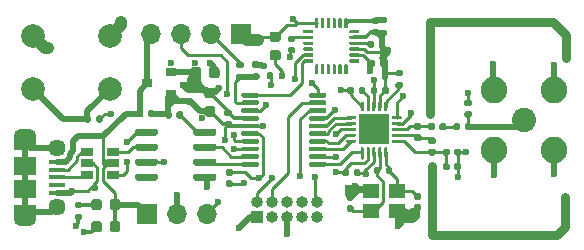
<source format=gbr>
%TF.GenerationSoftware,KiCad,Pcbnew,(5.1.10)-1*%
%TF.CreationDate,2021-07-16T14:20:34-05:00*%
%TF.ProjectId,transmisor,7472616e-736d-4697-936f-722e6b696361,rev?*%
%TF.SameCoordinates,Original*%
%TF.FileFunction,Copper,L1,Top*%
%TF.FilePolarity,Positive*%
%FSLAX46Y46*%
G04 Gerber Fmt 4.6, Leading zero omitted, Abs format (unit mm)*
G04 Created by KiCad (PCBNEW (5.1.10)-1) date 2021-07-16 14:20:34*
%MOMM*%
%LPD*%
G01*
G04 APERTURE LIST*
%TA.AperFunction,ComponentPad*%
%ADD10C,2.250000*%
%TD*%
%TA.AperFunction,ComponentPad*%
%ADD11C,2.050000*%
%TD*%
%TA.AperFunction,SMDPad,CuDef*%
%ADD12R,1.900000X1.200000*%
%TD*%
%TA.AperFunction,ComponentPad*%
%ADD13O,1.900000X1.200000*%
%TD*%
%TA.AperFunction,SMDPad,CuDef*%
%ADD14R,1.900000X1.500000*%
%TD*%
%TA.AperFunction,ComponentPad*%
%ADD15C,1.450000*%
%TD*%
%TA.AperFunction,SMDPad,CuDef*%
%ADD16R,1.350000X0.400000*%
%TD*%
%TA.AperFunction,SMDPad,CuDef*%
%ADD17R,1.060000X0.650000*%
%TD*%
%TA.AperFunction,ComponentPad*%
%ADD18O,1.700000X1.700000*%
%TD*%
%TA.AperFunction,ComponentPad*%
%ADD19R,1.700000X1.700000*%
%TD*%
%TA.AperFunction,ComponentPad*%
%ADD20C,2.000000*%
%TD*%
%TA.AperFunction,ComponentPad*%
%ADD21R,1.000000X1.000000*%
%TD*%
%TA.AperFunction,ComponentPad*%
%ADD22O,1.000000X1.000000*%
%TD*%
%TA.AperFunction,SMDPad,CuDef*%
%ADD23R,2.500000X2.500000*%
%TD*%
%TA.AperFunction,SMDPad,CuDef*%
%ADD24R,0.900000X0.800000*%
%TD*%
%TA.AperFunction,SMDPad,CuDef*%
%ADD25R,1.400000X1.200000*%
%TD*%
%TA.AperFunction,ViaPad*%
%ADD26C,0.600000*%
%TD*%
%TA.AperFunction,Conductor*%
%ADD27C,0.500000*%
%TD*%
%TA.AperFunction,Conductor*%
%ADD28C,0.250000*%
%TD*%
%TA.AperFunction,Conductor*%
%ADD29C,0.300000*%
%TD*%
%TA.AperFunction,Conductor*%
%ADD30C,1.000000*%
%TD*%
%TA.AperFunction,Conductor*%
%ADD31C,0.750000*%
%TD*%
G04 APERTURE END LIST*
%TO.P,C21,2*%
%TO.N,GND*%
%TA.AperFunction,SMDPad,CuDef*%
G36*
G01*
X104503400Y-74977600D02*
X104843400Y-74977600D01*
G75*
G02*
X104983400Y-75117600I0J-140000D01*
G01*
X104983400Y-75397600D01*
G75*
G02*
X104843400Y-75537600I-140000J0D01*
G01*
X104503400Y-75537600D01*
G75*
G02*
X104363400Y-75397600I0J140000D01*
G01*
X104363400Y-75117600D01*
G75*
G02*
X104503400Y-74977600I140000J0D01*
G01*
G37*
%TD.AperFunction*%
%TO.P,C21,1*%
%TO.N,NRST*%
%TA.AperFunction,SMDPad,CuDef*%
G36*
G01*
X104503400Y-74017600D02*
X104843400Y-74017600D01*
G75*
G02*
X104983400Y-74157600I0J-140000D01*
G01*
X104983400Y-74437600D01*
G75*
G02*
X104843400Y-74577600I-140000J0D01*
G01*
X104503400Y-74577600D01*
G75*
G02*
X104363400Y-74437600I0J140000D01*
G01*
X104363400Y-74157600D01*
G75*
G02*
X104503400Y-74017600I140000J0D01*
G01*
G37*
%TD.AperFunction*%
%TD*%
%TO.P,D2,2*%
%TO.N,Net-(D2-Pad2)*%
%TA.AperFunction,SMDPad,CuDef*%
G36*
G01*
X108303350Y-63951700D02*
X108815850Y-63951700D01*
G75*
G02*
X109034600Y-64170450I0J-218750D01*
G01*
X109034600Y-64607950D01*
G75*
G02*
X108815850Y-64826700I-218750J0D01*
G01*
X108303350Y-64826700D01*
G75*
G02*
X108084600Y-64607950I0J218750D01*
G01*
X108084600Y-64170450D01*
G75*
G02*
X108303350Y-63951700I218750J0D01*
G01*
G37*
%TD.AperFunction*%
%TO.P,D2,1*%
%TO.N,GND*%
%TA.AperFunction,SMDPad,CuDef*%
G36*
G01*
X108303350Y-62376700D02*
X108815850Y-62376700D01*
G75*
G02*
X109034600Y-62595450I0J-218750D01*
G01*
X109034600Y-63032950D01*
G75*
G02*
X108815850Y-63251700I-218750J0D01*
G01*
X108303350Y-63251700D01*
G75*
G02*
X108084600Y-63032950I0J218750D01*
G01*
X108084600Y-62595450D01*
G75*
G02*
X108303350Y-62376700I218750J0D01*
G01*
G37*
%TD.AperFunction*%
%TD*%
%TO.P,D1,2*%
%TO.N,5V*%
%TA.AperFunction,SMDPad,CuDef*%
G36*
G01*
X94558600Y-77294450D02*
X94558600Y-76781950D01*
G75*
G02*
X94777350Y-76563200I218750J0D01*
G01*
X95214850Y-76563200D01*
G75*
G02*
X95433600Y-76781950I0J-218750D01*
G01*
X95433600Y-77294450D01*
G75*
G02*
X95214850Y-77513200I-218750J0D01*
G01*
X94777350Y-77513200D01*
G75*
G02*
X94558600Y-77294450I0J218750D01*
G01*
G37*
%TD.AperFunction*%
%TO.P,D1,1*%
%TO.N,Net-(D1-Pad1)*%
%TA.AperFunction,SMDPad,CuDef*%
G36*
G01*
X92983600Y-77294450D02*
X92983600Y-76781950D01*
G75*
G02*
X93202350Y-76563200I218750J0D01*
G01*
X93639850Y-76563200D01*
G75*
G02*
X93858600Y-76781950I0J-218750D01*
G01*
X93858600Y-77294450D01*
G75*
G02*
X93639850Y-77513200I-218750J0D01*
G01*
X93202350Y-77513200D01*
G75*
G02*
X92983600Y-77294450I0J218750D01*
G01*
G37*
%TD.AperFunction*%
%TD*%
D10*
%TO.P,AE1,2*%
%TO.N,GND*%
X127050800Y-72440800D03*
X127050800Y-67360800D03*
X132130800Y-67360800D03*
X132130800Y-72440800D03*
D11*
%TO.P,AE1,1*%
%TO.N,Net-(AE1-Pad1)*%
X129590800Y-69900800D03*
%TD*%
%TO.P,U6,24*%
%TO.N,I2C1_SDA*%
%TA.AperFunction,SMDPad,CuDef*%
G36*
G01*
X111784400Y-64802000D02*
X111784400Y-64952000D01*
G75*
G02*
X111709400Y-65027000I-75000J0D01*
G01*
X111009400Y-65027000D01*
G75*
G02*
X110934400Y-64952000I0J75000D01*
G01*
X110934400Y-64802000D01*
G75*
G02*
X111009400Y-64727000I75000J0D01*
G01*
X111709400Y-64727000D01*
G75*
G02*
X111784400Y-64802000I0J-75000D01*
G01*
G37*
%TD.AperFunction*%
%TO.P,U6,23*%
%TO.N,I2C1_CLK*%
%TA.AperFunction,SMDPad,CuDef*%
G36*
G01*
X111784400Y-64302000D02*
X111784400Y-64452000D01*
G75*
G02*
X111709400Y-64527000I-75000J0D01*
G01*
X111009400Y-64527000D01*
G75*
G02*
X110934400Y-64452000I0J75000D01*
G01*
X110934400Y-64302000D01*
G75*
G02*
X111009400Y-64227000I75000J0D01*
G01*
X111709400Y-64227000D01*
G75*
G02*
X111784400Y-64302000I0J-75000D01*
G01*
G37*
%TD.AperFunction*%
%TO.P,U6,22*%
%TO.N,N/C*%
%TA.AperFunction,SMDPad,CuDef*%
G36*
G01*
X111784400Y-63802000D02*
X111784400Y-63952000D01*
G75*
G02*
X111709400Y-64027000I-75000J0D01*
G01*
X111009400Y-64027000D01*
G75*
G02*
X110934400Y-63952000I0J75000D01*
G01*
X110934400Y-63802000D01*
G75*
G02*
X111009400Y-63727000I75000J0D01*
G01*
X111709400Y-63727000D01*
G75*
G02*
X111784400Y-63802000I0J-75000D01*
G01*
G37*
%TD.AperFunction*%
%TO.P,U6,21*%
%TA.AperFunction,SMDPad,CuDef*%
G36*
G01*
X111784400Y-63302000D02*
X111784400Y-63452000D01*
G75*
G02*
X111709400Y-63527000I-75000J0D01*
G01*
X111009400Y-63527000D01*
G75*
G02*
X110934400Y-63452000I0J75000D01*
G01*
X110934400Y-63302000D01*
G75*
G02*
X111009400Y-63227000I75000J0D01*
G01*
X111709400Y-63227000D01*
G75*
G02*
X111784400Y-63302000I0J-75000D01*
G01*
G37*
%TD.AperFunction*%
%TO.P,U6,20*%
%TO.N,Net-(C20-Pad1)*%
%TA.AperFunction,SMDPad,CuDef*%
G36*
G01*
X111784400Y-62802000D02*
X111784400Y-62952000D01*
G75*
G02*
X111709400Y-63027000I-75000J0D01*
G01*
X111009400Y-63027000D01*
G75*
G02*
X110934400Y-62952000I0J75000D01*
G01*
X110934400Y-62802000D01*
G75*
G02*
X111009400Y-62727000I75000J0D01*
G01*
X111709400Y-62727000D01*
G75*
G02*
X111784400Y-62802000I0J-75000D01*
G01*
G37*
%TD.AperFunction*%
%TO.P,U6,19*%
%TO.N,N/C*%
%TA.AperFunction,SMDPad,CuDef*%
G36*
G01*
X111784400Y-62302000D02*
X111784400Y-62452000D01*
G75*
G02*
X111709400Y-62527000I-75000J0D01*
G01*
X111009400Y-62527000D01*
G75*
G02*
X110934400Y-62452000I0J75000D01*
G01*
X110934400Y-62302000D01*
G75*
G02*
X111009400Y-62227000I75000J0D01*
G01*
X111709400Y-62227000D01*
G75*
G02*
X111784400Y-62302000I0J-75000D01*
G01*
G37*
%TD.AperFunction*%
%TO.P,U6,18*%
%TO.N,GND*%
%TA.AperFunction,SMDPad,CuDef*%
G36*
G01*
X112134400Y-62102000D02*
X111984400Y-62102000D01*
G75*
G02*
X111909400Y-62027000I0J75000D01*
G01*
X111909400Y-61327000D01*
G75*
G02*
X111984400Y-61252000I75000J0D01*
G01*
X112134400Y-61252000D01*
G75*
G02*
X112209400Y-61327000I0J-75000D01*
G01*
X112209400Y-62027000D01*
G75*
G02*
X112134400Y-62102000I-75000J0D01*
G01*
G37*
%TD.AperFunction*%
%TO.P,U6,17*%
%TO.N,N/C*%
%TA.AperFunction,SMDPad,CuDef*%
G36*
G01*
X112634400Y-62102000D02*
X112484400Y-62102000D01*
G75*
G02*
X112409400Y-62027000I0J75000D01*
G01*
X112409400Y-61327000D01*
G75*
G02*
X112484400Y-61252000I75000J0D01*
G01*
X112634400Y-61252000D01*
G75*
G02*
X112709400Y-61327000I0J-75000D01*
G01*
X112709400Y-62027000D01*
G75*
G02*
X112634400Y-62102000I-75000J0D01*
G01*
G37*
%TD.AperFunction*%
%TO.P,U6,16*%
%TA.AperFunction,SMDPad,CuDef*%
G36*
G01*
X113134400Y-62102000D02*
X112984400Y-62102000D01*
G75*
G02*
X112909400Y-62027000I0J75000D01*
G01*
X112909400Y-61327000D01*
G75*
G02*
X112984400Y-61252000I75000J0D01*
G01*
X113134400Y-61252000D01*
G75*
G02*
X113209400Y-61327000I0J-75000D01*
G01*
X113209400Y-62027000D01*
G75*
G02*
X113134400Y-62102000I-75000J0D01*
G01*
G37*
%TD.AperFunction*%
%TO.P,U6,15*%
%TA.AperFunction,SMDPad,CuDef*%
G36*
G01*
X113634400Y-62102000D02*
X113484400Y-62102000D01*
G75*
G02*
X113409400Y-62027000I0J75000D01*
G01*
X113409400Y-61327000D01*
G75*
G02*
X113484400Y-61252000I75000J0D01*
G01*
X113634400Y-61252000D01*
G75*
G02*
X113709400Y-61327000I0J-75000D01*
G01*
X113709400Y-62027000D01*
G75*
G02*
X113634400Y-62102000I-75000J0D01*
G01*
G37*
%TD.AperFunction*%
%TO.P,U6,14*%
%TA.AperFunction,SMDPad,CuDef*%
G36*
G01*
X114134400Y-62102000D02*
X113984400Y-62102000D01*
G75*
G02*
X113909400Y-62027000I0J75000D01*
G01*
X113909400Y-61327000D01*
G75*
G02*
X113984400Y-61252000I75000J0D01*
G01*
X114134400Y-61252000D01*
G75*
G02*
X114209400Y-61327000I0J-75000D01*
G01*
X114209400Y-62027000D01*
G75*
G02*
X114134400Y-62102000I-75000J0D01*
G01*
G37*
%TD.AperFunction*%
%TO.P,U6,13*%
%TO.N,+3V3*%
%TA.AperFunction,SMDPad,CuDef*%
G36*
G01*
X114634400Y-62102000D02*
X114484400Y-62102000D01*
G75*
G02*
X114409400Y-62027000I0J75000D01*
G01*
X114409400Y-61327000D01*
G75*
G02*
X114484400Y-61252000I75000J0D01*
G01*
X114634400Y-61252000D01*
G75*
G02*
X114709400Y-61327000I0J-75000D01*
G01*
X114709400Y-62027000D01*
G75*
G02*
X114634400Y-62102000I-75000J0D01*
G01*
G37*
%TD.AperFunction*%
%TO.P,U6,12*%
%TO.N,Net-(U6-Pad12)*%
%TA.AperFunction,SMDPad,CuDef*%
G36*
G01*
X115684400Y-62302000D02*
X115684400Y-62452000D01*
G75*
G02*
X115609400Y-62527000I-75000J0D01*
G01*
X114909400Y-62527000D01*
G75*
G02*
X114834400Y-62452000I0J75000D01*
G01*
X114834400Y-62302000D01*
G75*
G02*
X114909400Y-62227000I75000J0D01*
G01*
X115609400Y-62227000D01*
G75*
G02*
X115684400Y-62302000I0J-75000D01*
G01*
G37*
%TD.AperFunction*%
%TO.P,U6,11*%
%TO.N,GND*%
%TA.AperFunction,SMDPad,CuDef*%
G36*
G01*
X115684400Y-62802000D02*
X115684400Y-62952000D01*
G75*
G02*
X115609400Y-63027000I-75000J0D01*
G01*
X114909400Y-63027000D01*
G75*
G02*
X114834400Y-62952000I0J75000D01*
G01*
X114834400Y-62802000D01*
G75*
G02*
X114909400Y-62727000I75000J0D01*
G01*
X115609400Y-62727000D01*
G75*
G02*
X115684400Y-62802000I0J-75000D01*
G01*
G37*
%TD.AperFunction*%
%TO.P,U6,10*%
%TO.N,Net-(C19-Pad1)*%
%TA.AperFunction,SMDPad,CuDef*%
G36*
G01*
X115684400Y-63302000D02*
X115684400Y-63452000D01*
G75*
G02*
X115609400Y-63527000I-75000J0D01*
G01*
X114909400Y-63527000D01*
G75*
G02*
X114834400Y-63452000I0J75000D01*
G01*
X114834400Y-63302000D01*
G75*
G02*
X114909400Y-63227000I75000J0D01*
G01*
X115609400Y-63227000D01*
G75*
G02*
X115684400Y-63302000I0J-75000D01*
G01*
G37*
%TD.AperFunction*%
%TO.P,U6,9*%
%TO.N,GND*%
%TA.AperFunction,SMDPad,CuDef*%
G36*
G01*
X115684400Y-63802000D02*
X115684400Y-63952000D01*
G75*
G02*
X115609400Y-64027000I-75000J0D01*
G01*
X114909400Y-64027000D01*
G75*
G02*
X114834400Y-63952000I0J75000D01*
G01*
X114834400Y-63802000D01*
G75*
G02*
X114909400Y-63727000I75000J0D01*
G01*
X115609400Y-63727000D01*
G75*
G02*
X115684400Y-63802000I0J-75000D01*
G01*
G37*
%TD.AperFunction*%
%TO.P,U6,8*%
%TO.N,+3V3*%
%TA.AperFunction,SMDPad,CuDef*%
G36*
G01*
X115684400Y-64302000D02*
X115684400Y-64452000D01*
G75*
G02*
X115609400Y-64527000I-75000J0D01*
G01*
X114909400Y-64527000D01*
G75*
G02*
X114834400Y-64452000I0J75000D01*
G01*
X114834400Y-64302000D01*
G75*
G02*
X114909400Y-64227000I75000J0D01*
G01*
X115609400Y-64227000D01*
G75*
G02*
X115684400Y-64302000I0J-75000D01*
G01*
G37*
%TD.AperFunction*%
%TO.P,U6,7*%
%TO.N,Net-(U6-Pad7)*%
%TA.AperFunction,SMDPad,CuDef*%
G36*
G01*
X115684400Y-64802000D02*
X115684400Y-64952000D01*
G75*
G02*
X115609400Y-65027000I-75000J0D01*
G01*
X114909400Y-65027000D01*
G75*
G02*
X114834400Y-64952000I0J75000D01*
G01*
X114834400Y-64802000D01*
G75*
G02*
X114909400Y-64727000I75000J0D01*
G01*
X115609400Y-64727000D01*
G75*
G02*
X115684400Y-64802000I0J-75000D01*
G01*
G37*
%TD.AperFunction*%
%TO.P,U6,6*%
%TO.N,Net-(U6-Pad6)*%
%TA.AperFunction,SMDPad,CuDef*%
G36*
G01*
X114634400Y-66002000D02*
X114484400Y-66002000D01*
G75*
G02*
X114409400Y-65927000I0J75000D01*
G01*
X114409400Y-65227000D01*
G75*
G02*
X114484400Y-65152000I75000J0D01*
G01*
X114634400Y-65152000D01*
G75*
G02*
X114709400Y-65227000I0J-75000D01*
G01*
X114709400Y-65927000D01*
G75*
G02*
X114634400Y-66002000I-75000J0D01*
G01*
G37*
%TD.AperFunction*%
%TO.P,U6,5*%
%TO.N,N/C*%
%TA.AperFunction,SMDPad,CuDef*%
G36*
G01*
X114134400Y-66002000D02*
X113984400Y-66002000D01*
G75*
G02*
X113909400Y-65927000I0J75000D01*
G01*
X113909400Y-65227000D01*
G75*
G02*
X113984400Y-65152000I75000J0D01*
G01*
X114134400Y-65152000D01*
G75*
G02*
X114209400Y-65227000I0J-75000D01*
G01*
X114209400Y-65927000D01*
G75*
G02*
X114134400Y-66002000I-75000J0D01*
G01*
G37*
%TD.AperFunction*%
%TO.P,U6,4*%
%TA.AperFunction,SMDPad,CuDef*%
G36*
G01*
X113634400Y-66002000D02*
X113484400Y-66002000D01*
G75*
G02*
X113409400Y-65927000I0J75000D01*
G01*
X113409400Y-65227000D01*
G75*
G02*
X113484400Y-65152000I75000J0D01*
G01*
X113634400Y-65152000D01*
G75*
G02*
X113709400Y-65227000I0J-75000D01*
G01*
X113709400Y-65927000D01*
G75*
G02*
X113634400Y-66002000I-75000J0D01*
G01*
G37*
%TD.AperFunction*%
%TO.P,U6,3*%
%TA.AperFunction,SMDPad,CuDef*%
G36*
G01*
X113134400Y-66002000D02*
X112984400Y-66002000D01*
G75*
G02*
X112909400Y-65927000I0J75000D01*
G01*
X112909400Y-65227000D01*
G75*
G02*
X112984400Y-65152000I75000J0D01*
G01*
X113134400Y-65152000D01*
G75*
G02*
X113209400Y-65227000I0J-75000D01*
G01*
X113209400Y-65927000D01*
G75*
G02*
X113134400Y-66002000I-75000J0D01*
G01*
G37*
%TD.AperFunction*%
%TO.P,U6,2*%
%TA.AperFunction,SMDPad,CuDef*%
G36*
G01*
X112634400Y-66002000D02*
X112484400Y-66002000D01*
G75*
G02*
X112409400Y-65927000I0J75000D01*
G01*
X112409400Y-65227000D01*
G75*
G02*
X112484400Y-65152000I75000J0D01*
G01*
X112634400Y-65152000D01*
G75*
G02*
X112709400Y-65227000I0J-75000D01*
G01*
X112709400Y-65927000D01*
G75*
G02*
X112634400Y-66002000I-75000J0D01*
G01*
G37*
%TD.AperFunction*%
%TO.P,U6,1*%
%TO.N,Net-(U6-Pad1)*%
%TA.AperFunction,SMDPad,CuDef*%
G36*
G01*
X112134400Y-66002000D02*
X111984400Y-66002000D01*
G75*
G02*
X111909400Y-65927000I0J75000D01*
G01*
X111909400Y-65227000D01*
G75*
G02*
X111984400Y-65152000I75000J0D01*
G01*
X112134400Y-65152000D01*
G75*
G02*
X112209400Y-65227000I0J-75000D01*
G01*
X112209400Y-65927000D01*
G75*
G02*
X112134400Y-66002000I-75000J0D01*
G01*
G37*
%TD.AperFunction*%
%TD*%
%TO.P,C20,2*%
%TO.N,GND*%
%TA.AperFunction,SMDPad,CuDef*%
G36*
G01*
X109786600Y-63674600D02*
X110126600Y-63674600D01*
G75*
G02*
X110266600Y-63814600I0J-140000D01*
G01*
X110266600Y-64094600D01*
G75*
G02*
X110126600Y-64234600I-140000J0D01*
G01*
X109786600Y-64234600D01*
G75*
G02*
X109646600Y-64094600I0J140000D01*
G01*
X109646600Y-63814600D01*
G75*
G02*
X109786600Y-63674600I140000J0D01*
G01*
G37*
%TD.AperFunction*%
%TO.P,C20,1*%
%TO.N,Net-(C20-Pad1)*%
%TA.AperFunction,SMDPad,CuDef*%
G36*
G01*
X109786600Y-62714600D02*
X110126600Y-62714600D01*
G75*
G02*
X110266600Y-62854600I0J-140000D01*
G01*
X110266600Y-63134600D01*
G75*
G02*
X110126600Y-63274600I-140000J0D01*
G01*
X109786600Y-63274600D01*
G75*
G02*
X109646600Y-63134600I0J140000D01*
G01*
X109646600Y-62854600D01*
G75*
G02*
X109786600Y-62714600I140000J0D01*
G01*
G37*
%TD.AperFunction*%
%TD*%
%TO.P,C19,2*%
%TO.N,GND*%
%TA.AperFunction,SMDPad,CuDef*%
G36*
G01*
X117319400Y-63619200D02*
X117319400Y-63279200D01*
G75*
G02*
X117459400Y-63139200I140000J0D01*
G01*
X117739400Y-63139200D01*
G75*
G02*
X117879400Y-63279200I0J-140000D01*
G01*
X117879400Y-63619200D01*
G75*
G02*
X117739400Y-63759200I-140000J0D01*
G01*
X117459400Y-63759200D01*
G75*
G02*
X117319400Y-63619200I0J140000D01*
G01*
G37*
%TD.AperFunction*%
%TO.P,C19,1*%
%TO.N,Net-(C19-Pad1)*%
%TA.AperFunction,SMDPad,CuDef*%
G36*
G01*
X116359400Y-63619200D02*
X116359400Y-63279200D01*
G75*
G02*
X116499400Y-63139200I140000J0D01*
G01*
X116779400Y-63139200D01*
G75*
G02*
X116919400Y-63279200I0J-140000D01*
G01*
X116919400Y-63619200D01*
G75*
G02*
X116779400Y-63759200I-140000J0D01*
G01*
X116499400Y-63759200D01*
G75*
G02*
X116359400Y-63619200I0J140000D01*
G01*
G37*
%TD.AperFunction*%
%TD*%
%TO.P,C18,2*%
%TO.N,GND*%
%TA.AperFunction,SMDPad,CuDef*%
G36*
G01*
X116873200Y-62150600D02*
X117213200Y-62150600D01*
G75*
G02*
X117353200Y-62290600I0J-140000D01*
G01*
X117353200Y-62570600D01*
G75*
G02*
X117213200Y-62710600I-140000J0D01*
G01*
X116873200Y-62710600D01*
G75*
G02*
X116733200Y-62570600I0J140000D01*
G01*
X116733200Y-62290600D01*
G75*
G02*
X116873200Y-62150600I140000J0D01*
G01*
G37*
%TD.AperFunction*%
%TO.P,C18,1*%
%TO.N,+3V3*%
%TA.AperFunction,SMDPad,CuDef*%
G36*
G01*
X116873200Y-61190600D02*
X117213200Y-61190600D01*
G75*
G02*
X117353200Y-61330600I0J-140000D01*
G01*
X117353200Y-61610600D01*
G75*
G02*
X117213200Y-61750600I-140000J0D01*
G01*
X116873200Y-61750600D01*
G75*
G02*
X116733200Y-61610600I0J140000D01*
G01*
X116733200Y-61330600D01*
G75*
G02*
X116873200Y-61190600I140000J0D01*
G01*
G37*
%TD.AperFunction*%
%TD*%
%TO.P,C17,2*%
%TO.N,GND*%
%TA.AperFunction,SMDPad,CuDef*%
G36*
G01*
X117395600Y-65244800D02*
X117395600Y-64904800D01*
G75*
G02*
X117535600Y-64764800I140000J0D01*
G01*
X117815600Y-64764800D01*
G75*
G02*
X117955600Y-64904800I0J-140000D01*
G01*
X117955600Y-65244800D01*
G75*
G02*
X117815600Y-65384800I-140000J0D01*
G01*
X117535600Y-65384800D01*
G75*
G02*
X117395600Y-65244800I0J140000D01*
G01*
G37*
%TD.AperFunction*%
%TO.P,C17,1*%
%TO.N,+3V3*%
%TA.AperFunction,SMDPad,CuDef*%
G36*
G01*
X116435600Y-65244800D02*
X116435600Y-64904800D01*
G75*
G02*
X116575600Y-64764800I140000J0D01*
G01*
X116855600Y-64764800D01*
G75*
G02*
X116995600Y-64904800I0J-140000D01*
G01*
X116995600Y-65244800D01*
G75*
G02*
X116855600Y-65384800I-140000J0D01*
G01*
X116575600Y-65384800D01*
G75*
G02*
X116435600Y-65244800I0J140000D01*
G01*
G37*
%TD.AperFunction*%
%TD*%
%TO.P,R8,2*%
%TO.N,TIM17_CH1*%
%TA.AperFunction,SMDPad,CuDef*%
G36*
G01*
X106723600Y-65924400D02*
X107093600Y-65924400D01*
G75*
G02*
X107228600Y-66059400I0J-135000D01*
G01*
X107228600Y-66329400D01*
G75*
G02*
X107093600Y-66464400I-135000J0D01*
G01*
X106723600Y-66464400D01*
G75*
G02*
X106588600Y-66329400I0J135000D01*
G01*
X106588600Y-66059400D01*
G75*
G02*
X106723600Y-65924400I135000J0D01*
G01*
G37*
%TD.AperFunction*%
%TO.P,R8,1*%
%TO.N,GND*%
%TA.AperFunction,SMDPad,CuDef*%
G36*
G01*
X106723600Y-64904400D02*
X107093600Y-64904400D01*
G75*
G02*
X107228600Y-65039400I0J-135000D01*
G01*
X107228600Y-65309400D01*
G75*
G02*
X107093600Y-65444400I-135000J0D01*
G01*
X106723600Y-65444400D01*
G75*
G02*
X106588600Y-65309400I0J135000D01*
G01*
X106588600Y-65039400D01*
G75*
G02*
X106723600Y-64904400I135000J0D01*
G01*
G37*
%TD.AperFunction*%
%TD*%
%TO.P,R7,2*%
%TO.N,Net-(J4-Pad2)*%
%TA.AperFunction,SMDPad,CuDef*%
G36*
G01*
X105772800Y-65469800D02*
X105402800Y-65469800D01*
G75*
G02*
X105267800Y-65334800I0J135000D01*
G01*
X105267800Y-65064800D01*
G75*
G02*
X105402800Y-64929800I135000J0D01*
G01*
X105772800Y-64929800D01*
G75*
G02*
X105907800Y-65064800I0J-135000D01*
G01*
X105907800Y-65334800D01*
G75*
G02*
X105772800Y-65469800I-135000J0D01*
G01*
G37*
%TD.AperFunction*%
%TO.P,R7,1*%
%TO.N,TIM17_CH1*%
%TA.AperFunction,SMDPad,CuDef*%
G36*
G01*
X105772800Y-66489800D02*
X105402800Y-66489800D01*
G75*
G02*
X105267800Y-66354800I0J135000D01*
G01*
X105267800Y-66084800D01*
G75*
G02*
X105402800Y-65949800I135000J0D01*
G01*
X105772800Y-65949800D01*
G75*
G02*
X105907800Y-66084800I0J-135000D01*
G01*
X105907800Y-66354800D01*
G75*
G02*
X105772800Y-66489800I-135000J0D01*
G01*
G37*
%TD.AperFunction*%
%TD*%
D12*
%TO.P,J1,6*%
%TO.N,Net-(J1-Pad6)*%
X87383100Y-71826800D03*
X87383100Y-77626800D03*
D13*
X87383100Y-78226800D03*
X87383100Y-71226800D03*
D14*
X87383100Y-73726800D03*
D15*
X90083100Y-77226800D03*
D16*
%TO.P,J1,3*%
%TO.N,Net-(J1-Pad3)*%
X90083100Y-74726800D03*
%TO.P,J1,4*%
%TO.N,Net-(J1-Pad4)*%
X90083100Y-75376800D03*
%TO.P,J1,5*%
%TO.N,GND*%
X90083100Y-76026800D03*
%TO.P,J1,1*%
%TO.N,5V*%
X90083100Y-73426800D03*
%TO.P,J1,2*%
%TO.N,Net-(J1-Pad2)*%
X90083100Y-74076800D03*
D15*
%TO.P,J1,6*%
%TO.N,Net-(J1-Pad6)*%
X90083100Y-72226800D03*
D14*
X87383100Y-75726800D03*
%TD*%
D17*
%TO.P,U5,5*%
%TO.N,5V*%
X94851400Y-73533000D03*
%TO.P,U5,6*%
%TO.N,Net-(U2-Pad2)*%
X94851400Y-72583000D03*
%TO.P,U5,4*%
%TO.N,Net-(U2-Pad1)*%
X94851400Y-74483000D03*
%TO.P,U5,3*%
%TO.N,Net-(J1-Pad3)*%
X92651400Y-74483000D03*
%TO.P,U5,2*%
%TO.N,GND*%
X92651400Y-73533000D03*
%TO.P,U5,1*%
%TO.N,Net-(J1-Pad2)*%
X92651400Y-72583000D03*
%TD*%
D18*
%TO.P,J4,4*%
%TO.N,5V*%
X98018600Y-62560200D03*
%TO.P,J4,3*%
%TO.N,TIM2_CH1*%
X100558600Y-62560200D03*
%TO.P,J4,2*%
%TO.N,Net-(J4-Pad2)*%
X103098600Y-62560200D03*
D19*
%TO.P,J4,1*%
%TO.N,GND*%
X105638600Y-62560200D03*
%TD*%
D18*
%TO.P,J3,3*%
%TO.N,RELAY_TRIG*%
X102768400Y-77825600D03*
%TO.P,J3,2*%
%TO.N,GND*%
X100228400Y-77825600D03*
D19*
%TO.P,J3,1*%
%TO.N,5V*%
X97688400Y-77825600D03*
%TD*%
D20*
%TO.P,SW1,1*%
%TO.N,Net-(R6-Pad1)*%
X88038800Y-67259200D03*
%TO.P,SW1,2*%
%TO.N,GND*%
X88038800Y-62759200D03*
%TO.P,SW1,1*%
%TO.N,Net-(R6-Pad1)*%
X94538800Y-67259200D03*
%TO.P,SW1,2*%
%TO.N,GND*%
X94538800Y-62759200D03*
%TD*%
%TO.P,R6,2*%
%TO.N,BOTON*%
%TA.AperFunction,SMDPad,CuDef*%
G36*
G01*
X93407200Y-69958800D02*
X93407200Y-69588800D01*
G75*
G02*
X93542200Y-69453800I135000J0D01*
G01*
X93812200Y-69453800D01*
G75*
G02*
X93947200Y-69588800I0J-135000D01*
G01*
X93947200Y-69958800D01*
G75*
G02*
X93812200Y-70093800I-135000J0D01*
G01*
X93542200Y-70093800D01*
G75*
G02*
X93407200Y-69958800I0J135000D01*
G01*
G37*
%TD.AperFunction*%
%TO.P,R6,1*%
%TO.N,Net-(R6-Pad1)*%
%TA.AperFunction,SMDPad,CuDef*%
G36*
G01*
X92387200Y-69958800D02*
X92387200Y-69588800D01*
G75*
G02*
X92522200Y-69453800I135000J0D01*
G01*
X92792200Y-69453800D01*
G75*
G02*
X92927200Y-69588800I0J-135000D01*
G01*
X92927200Y-69958800D01*
G75*
G02*
X92792200Y-70093800I-135000J0D01*
G01*
X92522200Y-70093800D01*
G75*
G02*
X92387200Y-69958800I0J135000D01*
G01*
G37*
%TD.AperFunction*%
%TD*%
%TO.P,C1,2*%
%TO.N,GND*%
%TA.AperFunction,SMDPad,CuDef*%
G36*
G01*
X117598800Y-67530800D02*
X117598800Y-67190800D01*
G75*
G02*
X117738800Y-67050800I140000J0D01*
G01*
X118018800Y-67050800D01*
G75*
G02*
X118158800Y-67190800I0J-140000D01*
G01*
X118158800Y-67530800D01*
G75*
G02*
X118018800Y-67670800I-140000J0D01*
G01*
X117738800Y-67670800D01*
G75*
G02*
X117598800Y-67530800I0J140000D01*
G01*
G37*
%TD.AperFunction*%
%TO.P,C1,1*%
%TO.N,+3V3*%
%TA.AperFunction,SMDPad,CuDef*%
G36*
G01*
X116638800Y-67530800D02*
X116638800Y-67190800D01*
G75*
G02*
X116778800Y-67050800I140000J0D01*
G01*
X117058800Y-67050800D01*
G75*
G02*
X117198800Y-67190800I0J-140000D01*
G01*
X117198800Y-67530800D01*
G75*
G02*
X117058800Y-67670800I-140000J0D01*
G01*
X116778800Y-67670800D01*
G75*
G02*
X116638800Y-67530800I0J140000D01*
G01*
G37*
%TD.AperFunction*%
%TD*%
%TO.P,C2,1*%
%TO.N,+3V3*%
%TA.AperFunction,SMDPad,CuDef*%
G36*
G01*
X114251200Y-74490400D02*
X114251200Y-74150400D01*
G75*
G02*
X114391200Y-74010400I140000J0D01*
G01*
X114671200Y-74010400D01*
G75*
G02*
X114811200Y-74150400I0J-140000D01*
G01*
X114811200Y-74490400D01*
G75*
G02*
X114671200Y-74630400I-140000J0D01*
G01*
X114391200Y-74630400D01*
G75*
G02*
X114251200Y-74490400I0J140000D01*
G01*
G37*
%TD.AperFunction*%
%TO.P,C2,2*%
%TO.N,GND*%
%TA.AperFunction,SMDPad,CuDef*%
G36*
G01*
X115211200Y-74490400D02*
X115211200Y-74150400D01*
G75*
G02*
X115351200Y-74010400I140000J0D01*
G01*
X115631200Y-74010400D01*
G75*
G02*
X115771200Y-74150400I0J-140000D01*
G01*
X115771200Y-74490400D01*
G75*
G02*
X115631200Y-74630400I-140000J0D01*
G01*
X115351200Y-74630400D01*
G75*
G02*
X115211200Y-74490400I0J140000D01*
G01*
G37*
%TD.AperFunction*%
%TD*%
%TO.P,C3,1*%
%TO.N,Net-(C3-Pad1)*%
%TA.AperFunction,SMDPad,CuDef*%
G36*
G01*
X116180200Y-67190800D02*
X116180200Y-67530800D01*
G75*
G02*
X116040200Y-67670800I-140000J0D01*
G01*
X115760200Y-67670800D01*
G75*
G02*
X115620200Y-67530800I0J140000D01*
G01*
X115620200Y-67190800D01*
G75*
G02*
X115760200Y-67050800I140000J0D01*
G01*
X116040200Y-67050800D01*
G75*
G02*
X116180200Y-67190800I0J-140000D01*
G01*
G37*
%TD.AperFunction*%
%TO.P,C3,2*%
%TO.N,GND*%
%TA.AperFunction,SMDPad,CuDef*%
G36*
G01*
X115220200Y-67190800D02*
X115220200Y-67530800D01*
G75*
G02*
X115080200Y-67670800I-140000J0D01*
G01*
X114800200Y-67670800D01*
G75*
G02*
X114660200Y-67530800I0J140000D01*
G01*
X114660200Y-67190800D01*
G75*
G02*
X114800200Y-67050800I140000J0D01*
G01*
X115080200Y-67050800D01*
G75*
G02*
X115220200Y-67190800I0J-140000D01*
G01*
G37*
%TD.AperFunction*%
%TD*%
%TO.P,C4,1*%
%TO.N,Net-(C4-Pad1)*%
%TA.AperFunction,SMDPad,CuDef*%
G36*
G01*
X115079600Y-77645800D02*
X114739600Y-77645800D01*
G75*
G02*
X114599600Y-77505800I0J140000D01*
G01*
X114599600Y-77225800D01*
G75*
G02*
X114739600Y-77085800I140000J0D01*
G01*
X115079600Y-77085800D01*
G75*
G02*
X115219600Y-77225800I0J-140000D01*
G01*
X115219600Y-77505800D01*
G75*
G02*
X115079600Y-77645800I-140000J0D01*
G01*
G37*
%TD.AperFunction*%
%TO.P,C4,2*%
%TO.N,GND*%
%TA.AperFunction,SMDPad,CuDef*%
G36*
G01*
X115079600Y-76685800D02*
X114739600Y-76685800D01*
G75*
G02*
X114599600Y-76545800I0J140000D01*
G01*
X114599600Y-76265800D01*
G75*
G02*
X114739600Y-76125800I140000J0D01*
G01*
X115079600Y-76125800D01*
G75*
G02*
X115219600Y-76265800I0J-140000D01*
G01*
X115219600Y-76545800D01*
G75*
G02*
X115079600Y-76685800I-140000J0D01*
G01*
G37*
%TD.AperFunction*%
%TD*%
%TO.P,C5,1*%
%TO.N,Net-(C5-Pad1)*%
%TA.AperFunction,SMDPad,CuDef*%
G36*
G01*
X122760200Y-72763200D02*
X122760200Y-72423200D01*
G75*
G02*
X122900200Y-72283200I140000J0D01*
G01*
X123180200Y-72283200D01*
G75*
G02*
X123320200Y-72423200I0J-140000D01*
G01*
X123320200Y-72763200D01*
G75*
G02*
X123180200Y-72903200I-140000J0D01*
G01*
X122900200Y-72903200D01*
G75*
G02*
X122760200Y-72763200I0J140000D01*
G01*
G37*
%TD.AperFunction*%
%TO.P,C5,2*%
%TO.N,GND*%
%TA.AperFunction,SMDPad,CuDef*%
G36*
G01*
X123720200Y-72763200D02*
X123720200Y-72423200D01*
G75*
G02*
X123860200Y-72283200I140000J0D01*
G01*
X124140200Y-72283200D01*
G75*
G02*
X124280200Y-72423200I0J-140000D01*
G01*
X124280200Y-72763200D01*
G75*
G02*
X124140200Y-72903200I-140000J0D01*
G01*
X123860200Y-72903200D01*
G75*
G02*
X123720200Y-72763200I0J140000D01*
G01*
G37*
%TD.AperFunction*%
%TD*%
%TO.P,C6,2*%
%TO.N,GND*%
%TA.AperFunction,SMDPad,CuDef*%
G36*
G01*
X120429200Y-77007000D02*
X120769200Y-77007000D01*
G75*
G02*
X120909200Y-77147000I0J-140000D01*
G01*
X120909200Y-77427000D01*
G75*
G02*
X120769200Y-77567000I-140000J0D01*
G01*
X120429200Y-77567000D01*
G75*
G02*
X120289200Y-77427000I0J140000D01*
G01*
X120289200Y-77147000D01*
G75*
G02*
X120429200Y-77007000I140000J0D01*
G01*
G37*
%TD.AperFunction*%
%TO.P,C6,1*%
%TO.N,Net-(C6-Pad1)*%
%TA.AperFunction,SMDPad,CuDef*%
G36*
G01*
X120429200Y-76047000D02*
X120769200Y-76047000D01*
G75*
G02*
X120909200Y-76187000I0J-140000D01*
G01*
X120909200Y-76467000D01*
G75*
G02*
X120769200Y-76607000I-140000J0D01*
G01*
X120429200Y-76607000D01*
G75*
G02*
X120289200Y-76467000I0J140000D01*
G01*
X120289200Y-76187000D01*
G75*
G02*
X120429200Y-76047000I140000J0D01*
G01*
G37*
%TD.AperFunction*%
%TD*%
%TO.P,C7,2*%
%TO.N,GND*%
%TA.AperFunction,SMDPad,CuDef*%
G36*
G01*
X123720200Y-73982400D02*
X123720200Y-73642400D01*
G75*
G02*
X123860200Y-73502400I140000J0D01*
G01*
X124140200Y-73502400D01*
G75*
G02*
X124280200Y-73642400I0J-140000D01*
G01*
X124280200Y-73982400D01*
G75*
G02*
X124140200Y-74122400I-140000J0D01*
G01*
X123860200Y-74122400D01*
G75*
G02*
X123720200Y-73982400I0J140000D01*
G01*
G37*
%TD.AperFunction*%
%TO.P,C7,1*%
%TO.N,Net-(C5-Pad1)*%
%TA.AperFunction,SMDPad,CuDef*%
G36*
G01*
X122760200Y-73982400D02*
X122760200Y-73642400D01*
G75*
G02*
X122900200Y-73502400I140000J0D01*
G01*
X123180200Y-73502400D01*
G75*
G02*
X123320200Y-73642400I0J-140000D01*
G01*
X123320200Y-73982400D01*
G75*
G02*
X123180200Y-74122400I-140000J0D01*
G01*
X122900200Y-74122400D01*
G75*
G02*
X122760200Y-73982400I0J140000D01*
G01*
G37*
%TD.AperFunction*%
%TD*%
%TO.P,C8,1*%
%TO.N,Net-(AE1-Pad1)*%
%TA.AperFunction,SMDPad,CuDef*%
G36*
G01*
X125169200Y-70264200D02*
X125169200Y-70604200D01*
G75*
G02*
X125029200Y-70744200I-140000J0D01*
G01*
X124749200Y-70744200D01*
G75*
G02*
X124609200Y-70604200I0J140000D01*
G01*
X124609200Y-70264200D01*
G75*
G02*
X124749200Y-70124200I140000J0D01*
G01*
X125029200Y-70124200D01*
G75*
G02*
X125169200Y-70264200I0J-140000D01*
G01*
G37*
%TD.AperFunction*%
%TO.P,C8,2*%
%TO.N,Net-(C8-Pad2)*%
%TA.AperFunction,SMDPad,CuDef*%
G36*
G01*
X124209200Y-70264200D02*
X124209200Y-70604200D01*
G75*
G02*
X124069200Y-70744200I-140000J0D01*
G01*
X123789200Y-70744200D01*
G75*
G02*
X123649200Y-70604200I0J140000D01*
G01*
X123649200Y-70264200D01*
G75*
G02*
X123789200Y-70124200I140000J0D01*
G01*
X124069200Y-70124200D01*
G75*
G02*
X124209200Y-70264200I0J-140000D01*
G01*
G37*
%TD.AperFunction*%
%TD*%
%TO.P,C9,2*%
%TO.N,GND*%
%TA.AperFunction,SMDPad,CuDef*%
G36*
G01*
X125061800Y-68710200D02*
X124721800Y-68710200D01*
G75*
G02*
X124581800Y-68570200I0J140000D01*
G01*
X124581800Y-68290200D01*
G75*
G02*
X124721800Y-68150200I140000J0D01*
G01*
X125061800Y-68150200D01*
G75*
G02*
X125201800Y-68290200I0J-140000D01*
G01*
X125201800Y-68570200D01*
G75*
G02*
X125061800Y-68710200I-140000J0D01*
G01*
G37*
%TD.AperFunction*%
%TO.P,C9,1*%
%TO.N,Net-(AE1-Pad1)*%
%TA.AperFunction,SMDPad,CuDef*%
G36*
G01*
X125061800Y-69670200D02*
X124721800Y-69670200D01*
G75*
G02*
X124581800Y-69530200I0J140000D01*
G01*
X124581800Y-69250200D01*
G75*
G02*
X124721800Y-69110200I140000J0D01*
G01*
X125061800Y-69110200D01*
G75*
G02*
X125201800Y-69250200I0J-140000D01*
G01*
X125201800Y-69530200D01*
G75*
G02*
X125061800Y-69670200I-140000J0D01*
G01*
G37*
%TD.AperFunction*%
%TD*%
%TO.P,C10,1*%
%TO.N,5V*%
%TA.AperFunction,SMDPad,CuDef*%
G36*
G01*
X95433600Y-78642400D02*
X95433600Y-79142400D01*
G75*
G02*
X95208600Y-79367400I-225000J0D01*
G01*
X94758600Y-79367400D01*
G75*
G02*
X94533600Y-79142400I0J225000D01*
G01*
X94533600Y-78642400D01*
G75*
G02*
X94758600Y-78417400I225000J0D01*
G01*
X95208600Y-78417400D01*
G75*
G02*
X95433600Y-78642400I0J-225000D01*
G01*
G37*
%TD.AperFunction*%
%TO.P,C10,2*%
%TO.N,GND*%
%TA.AperFunction,SMDPad,CuDef*%
G36*
G01*
X93883600Y-78642400D02*
X93883600Y-79142400D01*
G75*
G02*
X93658600Y-79367400I-225000J0D01*
G01*
X93208600Y-79367400D01*
G75*
G02*
X92983600Y-79142400I0J225000D01*
G01*
X92983600Y-78642400D01*
G75*
G02*
X93208600Y-78417400I225000J0D01*
G01*
X93658600Y-78417400D01*
G75*
G02*
X93883600Y-78642400I0J-225000D01*
G01*
G37*
%TD.AperFunction*%
%TD*%
%TO.P,C11,1*%
%TO.N,Net-(C11-Pad1)*%
%TA.AperFunction,SMDPad,CuDef*%
G36*
G01*
X100757200Y-69273600D02*
X100757200Y-69613600D01*
G75*
G02*
X100617200Y-69753600I-140000J0D01*
G01*
X100337200Y-69753600D01*
G75*
G02*
X100197200Y-69613600I0J140000D01*
G01*
X100197200Y-69273600D01*
G75*
G02*
X100337200Y-69133600I140000J0D01*
G01*
X100617200Y-69133600D01*
G75*
G02*
X100757200Y-69273600I0J-140000D01*
G01*
G37*
%TD.AperFunction*%
%TO.P,C11,2*%
%TO.N,GND*%
%TA.AperFunction,SMDPad,CuDef*%
G36*
G01*
X99797200Y-69273600D02*
X99797200Y-69613600D01*
G75*
G02*
X99657200Y-69753600I-140000J0D01*
G01*
X99377200Y-69753600D01*
G75*
G02*
X99237200Y-69613600I0J140000D01*
G01*
X99237200Y-69273600D01*
G75*
G02*
X99377200Y-69133600I140000J0D01*
G01*
X99657200Y-69133600D01*
G75*
G02*
X99797200Y-69273600I0J-140000D01*
G01*
G37*
%TD.AperFunction*%
%TD*%
%TO.P,C12,2*%
%TO.N,GND*%
%TA.AperFunction,SMDPad,CuDef*%
G36*
G01*
X97786800Y-69512000D02*
X97786800Y-69172000D01*
G75*
G02*
X97926800Y-69032000I140000J0D01*
G01*
X98206800Y-69032000D01*
G75*
G02*
X98346800Y-69172000I0J-140000D01*
G01*
X98346800Y-69512000D01*
G75*
G02*
X98206800Y-69652000I-140000J0D01*
G01*
X97926800Y-69652000D01*
G75*
G02*
X97786800Y-69512000I0J140000D01*
G01*
G37*
%TD.AperFunction*%
%TO.P,C12,1*%
%TO.N,5V*%
%TA.AperFunction,SMDPad,CuDef*%
G36*
G01*
X96826800Y-69512000D02*
X96826800Y-69172000D01*
G75*
G02*
X96966800Y-69032000I140000J0D01*
G01*
X97246800Y-69032000D01*
G75*
G02*
X97386800Y-69172000I0J-140000D01*
G01*
X97386800Y-69512000D01*
G75*
G02*
X97246800Y-69652000I-140000J0D01*
G01*
X96966800Y-69652000D01*
G75*
G02*
X96826800Y-69512000I0J140000D01*
G01*
G37*
%TD.AperFunction*%
%TD*%
%TO.P,C13,2*%
%TO.N,GND*%
%TA.AperFunction,SMDPad,CuDef*%
G36*
G01*
X102772400Y-68676400D02*
X103272400Y-68676400D01*
G75*
G02*
X103497400Y-68901400I0J-225000D01*
G01*
X103497400Y-69351400D01*
G75*
G02*
X103272400Y-69576400I-225000J0D01*
G01*
X102772400Y-69576400D01*
G75*
G02*
X102547400Y-69351400I0J225000D01*
G01*
X102547400Y-68901400D01*
G75*
G02*
X102772400Y-68676400I225000J0D01*
G01*
G37*
%TD.AperFunction*%
%TO.P,C13,1*%
%TO.N,+3V3*%
%TA.AperFunction,SMDPad,CuDef*%
G36*
G01*
X102772400Y-67126400D02*
X103272400Y-67126400D01*
G75*
G02*
X103497400Y-67351400I0J-225000D01*
G01*
X103497400Y-67801400D01*
G75*
G02*
X103272400Y-68026400I-225000J0D01*
G01*
X102772400Y-68026400D01*
G75*
G02*
X102547400Y-67801400I0J225000D01*
G01*
X102547400Y-67351400D01*
G75*
G02*
X102772400Y-67126400I225000J0D01*
G01*
G37*
%TD.AperFunction*%
%TD*%
%TO.P,C14,2*%
%TO.N,GND*%
%TA.AperFunction,SMDPad,CuDef*%
G36*
G01*
X104401800Y-69948400D02*
X104741800Y-69948400D01*
G75*
G02*
X104881800Y-70088400I0J-140000D01*
G01*
X104881800Y-70368400D01*
G75*
G02*
X104741800Y-70508400I-140000J0D01*
G01*
X104401800Y-70508400D01*
G75*
G02*
X104261800Y-70368400I0J140000D01*
G01*
X104261800Y-70088400D01*
G75*
G02*
X104401800Y-69948400I140000J0D01*
G01*
G37*
%TD.AperFunction*%
%TO.P,C14,1*%
%TO.N,+3V3*%
%TA.AperFunction,SMDPad,CuDef*%
G36*
G01*
X104401800Y-68988400D02*
X104741800Y-68988400D01*
G75*
G02*
X104881800Y-69128400I0J-140000D01*
G01*
X104881800Y-69408400D01*
G75*
G02*
X104741800Y-69548400I-140000J0D01*
G01*
X104401800Y-69548400D01*
G75*
G02*
X104261800Y-69408400I0J140000D01*
G01*
X104261800Y-69128400D01*
G75*
G02*
X104401800Y-68988400I140000J0D01*
G01*
G37*
%TD.AperFunction*%
%TD*%
%TO.P,C15,1*%
%TO.N,+3V3*%
%TA.AperFunction,SMDPad,CuDef*%
G36*
G01*
X101391000Y-66112200D02*
X101391000Y-65612200D01*
G75*
G02*
X101616000Y-65387200I225000J0D01*
G01*
X102066000Y-65387200D01*
G75*
G02*
X102291000Y-65612200I0J-225000D01*
G01*
X102291000Y-66112200D01*
G75*
G02*
X102066000Y-66337200I-225000J0D01*
G01*
X101616000Y-66337200D01*
G75*
G02*
X101391000Y-66112200I0J225000D01*
G01*
G37*
%TD.AperFunction*%
%TO.P,C15,2*%
%TO.N,GND*%
%TA.AperFunction,SMDPad,CuDef*%
G36*
G01*
X102941000Y-66112200D02*
X102941000Y-65612200D01*
G75*
G02*
X103166000Y-65387200I225000J0D01*
G01*
X103616000Y-65387200D01*
G75*
G02*
X103841000Y-65612200I0J-225000D01*
G01*
X103841000Y-66112200D01*
G75*
G02*
X103616000Y-66337200I-225000J0D01*
G01*
X103166000Y-66337200D01*
G75*
G02*
X102941000Y-66112200I0J225000D01*
G01*
G37*
%TD.AperFunction*%
%TD*%
%TO.P,C16,1*%
%TO.N,+3V3*%
%TA.AperFunction,SMDPad,CuDef*%
G36*
G01*
X101150600Y-67058000D02*
X101490600Y-67058000D01*
G75*
G02*
X101630600Y-67198000I0J-140000D01*
G01*
X101630600Y-67478000D01*
G75*
G02*
X101490600Y-67618000I-140000J0D01*
G01*
X101150600Y-67618000D01*
G75*
G02*
X101010600Y-67478000I0J140000D01*
G01*
X101010600Y-67198000D01*
G75*
G02*
X101150600Y-67058000I140000J0D01*
G01*
G37*
%TD.AperFunction*%
%TO.P,C16,2*%
%TO.N,GND*%
%TA.AperFunction,SMDPad,CuDef*%
G36*
G01*
X101150600Y-68018000D02*
X101490600Y-68018000D01*
G75*
G02*
X101630600Y-68158000I0J-140000D01*
G01*
X101630600Y-68438000D01*
G75*
G02*
X101490600Y-68578000I-140000J0D01*
G01*
X101150600Y-68578000D01*
G75*
G02*
X101010600Y-68438000I0J140000D01*
G01*
X101010600Y-68158000D01*
G75*
G02*
X101150600Y-68018000I140000J0D01*
G01*
G37*
%TD.AperFunction*%
%TD*%
D21*
%TO.P,J2,1*%
%TO.N,+3V3*%
X107035600Y-78054200D03*
D22*
%TO.P,J2,2*%
%TO.N,SWD_IO*%
X107035600Y-76784200D03*
%TO.P,J2,3*%
%TO.N,GND*%
X108305600Y-78054200D03*
%TO.P,J2,4*%
%TO.N,SWD_CLK*%
X108305600Y-76784200D03*
%TO.P,J2,5*%
%TO.N,GND*%
X109575600Y-78054200D03*
%TO.P,J2,6*%
%TO.N,Net-(J2-Pad6)*%
X109575600Y-76784200D03*
%TO.P,J2,7*%
%TO.N,Net-(J2-Pad7)*%
X110845600Y-78054200D03*
%TO.P,J2,8*%
%TO.N,Net-(J2-Pad8)*%
X110845600Y-76784200D03*
%TO.P,J2,9*%
%TO.N,GND*%
X112115600Y-78054200D03*
%TO.P,J2,10*%
%TO.N,NRST*%
X112115600Y-76784200D03*
%TD*%
%TO.P,L1,1*%
%TO.N,Net-(L1-Pad1)*%
%TA.AperFunction,SMDPad,CuDef*%
G36*
G01*
X120797100Y-71671400D02*
X120452100Y-71671400D01*
G75*
G02*
X120304600Y-71523900I0J147500D01*
G01*
X120304600Y-71228900D01*
G75*
G02*
X120452100Y-71081400I147500J0D01*
G01*
X120797100Y-71081400D01*
G75*
G02*
X120944600Y-71228900I0J-147500D01*
G01*
X120944600Y-71523900D01*
G75*
G02*
X120797100Y-71671400I-147500J0D01*
G01*
G37*
%TD.AperFunction*%
%TO.P,L1,2*%
%TO.N,Net-(L1-Pad2)*%
%TA.AperFunction,SMDPad,CuDef*%
G36*
G01*
X120797100Y-70701400D02*
X120452100Y-70701400D01*
G75*
G02*
X120304600Y-70553900I0J147500D01*
G01*
X120304600Y-70258900D01*
G75*
G02*
X120452100Y-70111400I147500J0D01*
G01*
X120797100Y-70111400D01*
G75*
G02*
X120944600Y-70258900I0J-147500D01*
G01*
X120944600Y-70553900D01*
G75*
G02*
X120797100Y-70701400I-147500J0D01*
G01*
G37*
%TD.AperFunction*%
%TD*%
%TO.P,L2,1*%
%TO.N,Net-(C8-Pad2)*%
%TA.AperFunction,SMDPad,CuDef*%
G36*
G01*
X123053200Y-70261700D02*
X123053200Y-70606700D01*
G75*
G02*
X122905700Y-70754200I-147500J0D01*
G01*
X122610700Y-70754200D01*
G75*
G02*
X122463200Y-70606700I0J147500D01*
G01*
X122463200Y-70261700D01*
G75*
G02*
X122610700Y-70114200I147500J0D01*
G01*
X122905700Y-70114200D01*
G75*
G02*
X123053200Y-70261700I0J-147500D01*
G01*
G37*
%TD.AperFunction*%
%TO.P,L2,2*%
%TO.N,Net-(L1-Pad2)*%
%TA.AperFunction,SMDPad,CuDef*%
G36*
G01*
X122083200Y-70261700D02*
X122083200Y-70606700D01*
G75*
G02*
X121935700Y-70754200I-147500J0D01*
G01*
X121640700Y-70754200D01*
G75*
G02*
X121493200Y-70606700I0J147500D01*
G01*
X121493200Y-70261700D01*
G75*
G02*
X121640700Y-70114200I147500J0D01*
G01*
X121935700Y-70114200D01*
G75*
G02*
X122083200Y-70261700I0J-147500D01*
G01*
G37*
%TD.AperFunction*%
%TD*%
%TO.P,L3,2*%
%TO.N,Net-(L1-Pad1)*%
%TA.AperFunction,SMDPad,CuDef*%
G36*
G01*
X122016300Y-71920600D02*
X121671300Y-71920600D01*
G75*
G02*
X121523800Y-71773100I0J147500D01*
G01*
X121523800Y-71478100D01*
G75*
G02*
X121671300Y-71330600I147500J0D01*
G01*
X122016300Y-71330600D01*
G75*
G02*
X122163800Y-71478100I0J-147500D01*
G01*
X122163800Y-71773100D01*
G75*
G02*
X122016300Y-71920600I-147500J0D01*
G01*
G37*
%TD.AperFunction*%
%TO.P,L3,1*%
%TO.N,Net-(C5-Pad1)*%
%TA.AperFunction,SMDPad,CuDef*%
G36*
G01*
X122016300Y-72890600D02*
X121671300Y-72890600D01*
G75*
G02*
X121523800Y-72743100I0J147500D01*
G01*
X121523800Y-72448100D01*
G75*
G02*
X121671300Y-72300600I147500J0D01*
G01*
X122016300Y-72300600D01*
G75*
G02*
X122163800Y-72448100I0J-147500D01*
G01*
X122163800Y-72743100D01*
G75*
G02*
X122016300Y-72890600I-147500J0D01*
G01*
G37*
%TD.AperFunction*%
%TD*%
%TO.P,R1,1*%
%TO.N,Net-(R1-Pad1)*%
%TA.AperFunction,SMDPad,CuDef*%
G36*
G01*
X119234800Y-67201000D02*
X118864800Y-67201000D01*
G75*
G02*
X118729800Y-67066000I0J135000D01*
G01*
X118729800Y-66796000D01*
G75*
G02*
X118864800Y-66661000I135000J0D01*
G01*
X119234800Y-66661000D01*
G75*
G02*
X119369800Y-66796000I0J-135000D01*
G01*
X119369800Y-67066000D01*
G75*
G02*
X119234800Y-67201000I-135000J0D01*
G01*
G37*
%TD.AperFunction*%
%TO.P,R1,2*%
%TO.N,GND*%
%TA.AperFunction,SMDPad,CuDef*%
G36*
G01*
X119234800Y-66181000D02*
X118864800Y-66181000D01*
G75*
G02*
X118729800Y-66046000I0J135000D01*
G01*
X118729800Y-65776000D01*
G75*
G02*
X118864800Y-65641000I135000J0D01*
G01*
X119234800Y-65641000D01*
G75*
G02*
X119369800Y-65776000I0J-135000D01*
G01*
X119369800Y-66046000D01*
G75*
G02*
X119234800Y-66181000I-135000J0D01*
G01*
G37*
%TD.AperFunction*%
%TD*%
%TO.P,R2,2*%
%TO.N,Net-(C4-Pad1)*%
%TA.AperFunction,SMDPad,CuDef*%
G36*
G01*
X117436200Y-73957600D02*
X117436200Y-74327600D01*
G75*
G02*
X117301200Y-74462600I-135000J0D01*
G01*
X117031200Y-74462600D01*
G75*
G02*
X116896200Y-74327600I0J135000D01*
G01*
X116896200Y-73957600D01*
G75*
G02*
X117031200Y-73822600I135000J0D01*
G01*
X117301200Y-73822600D01*
G75*
G02*
X117436200Y-73957600I0J-135000D01*
G01*
G37*
%TD.AperFunction*%
%TO.P,R2,1*%
%TO.N,Net-(C6-Pad1)*%
%TA.AperFunction,SMDPad,CuDef*%
G36*
G01*
X118456200Y-73957600D02*
X118456200Y-74327600D01*
G75*
G02*
X118321200Y-74462600I-135000J0D01*
G01*
X118051200Y-74462600D01*
G75*
G02*
X117916200Y-74327600I0J135000D01*
G01*
X117916200Y-73957600D01*
G75*
G02*
X118051200Y-73822600I135000J0D01*
G01*
X118321200Y-73822600D01*
G75*
G02*
X118456200Y-73957600I0J-135000D01*
G01*
G37*
%TD.AperFunction*%
%TD*%
%TO.P,R3,2*%
%TO.N,GND*%
%TA.AperFunction,SMDPad,CuDef*%
G36*
G01*
X91712200Y-77811600D02*
X92082200Y-77811600D01*
G75*
G02*
X92217200Y-77946600I0J-135000D01*
G01*
X92217200Y-78216600D01*
G75*
G02*
X92082200Y-78351600I-135000J0D01*
G01*
X91712200Y-78351600D01*
G75*
G02*
X91577200Y-78216600I0J135000D01*
G01*
X91577200Y-77946600D01*
G75*
G02*
X91712200Y-77811600I135000J0D01*
G01*
G37*
%TD.AperFunction*%
%TO.P,R3,1*%
%TO.N,Net-(D1-Pad1)*%
%TA.AperFunction,SMDPad,CuDef*%
G36*
G01*
X91712200Y-76791600D02*
X92082200Y-76791600D01*
G75*
G02*
X92217200Y-76926600I0J-135000D01*
G01*
X92217200Y-77196600D01*
G75*
G02*
X92082200Y-77331600I-135000J0D01*
G01*
X91712200Y-77331600D01*
G75*
G02*
X91577200Y-77196600I0J135000D01*
G01*
X91577200Y-76926600D01*
G75*
G02*
X91712200Y-76791600I135000J0D01*
G01*
G37*
%TD.AperFunction*%
%TD*%
%TO.P,R4,1*%
%TO.N,LED1*%
%TA.AperFunction,SMDPad,CuDef*%
G36*
G01*
X107830400Y-66301200D02*
X107830400Y-65931200D01*
G75*
G02*
X107965400Y-65796200I135000J0D01*
G01*
X108235400Y-65796200D01*
G75*
G02*
X108370400Y-65931200I0J-135000D01*
G01*
X108370400Y-66301200D01*
G75*
G02*
X108235400Y-66436200I-135000J0D01*
G01*
X107965400Y-66436200D01*
G75*
G02*
X107830400Y-66301200I0J135000D01*
G01*
G37*
%TD.AperFunction*%
%TO.P,R4,2*%
%TO.N,Net-(D2-Pad2)*%
%TA.AperFunction,SMDPad,CuDef*%
G36*
G01*
X108850400Y-66301200D02*
X108850400Y-65931200D01*
G75*
G02*
X108985400Y-65796200I135000J0D01*
G01*
X109255400Y-65796200D01*
G75*
G02*
X109390400Y-65931200I0J-135000D01*
G01*
X109390400Y-66301200D01*
G75*
G02*
X109255400Y-66436200I-135000J0D01*
G01*
X108985400Y-66436200D01*
G75*
G02*
X108850400Y-66301200I0J135000D01*
G01*
G37*
%TD.AperFunction*%
%TD*%
%TO.P,U1,1*%
%TO.N,NRF24_CE*%
%TA.AperFunction,SMDPad,CuDef*%
G36*
G01*
X114566200Y-69725300D02*
X114566200Y-69600300D01*
G75*
G02*
X114628700Y-69537800I62500J0D01*
G01*
X115328700Y-69537800D01*
G75*
G02*
X115391200Y-69600300I0J-62500D01*
G01*
X115391200Y-69725300D01*
G75*
G02*
X115328700Y-69787800I-62500J0D01*
G01*
X114628700Y-69787800D01*
G75*
G02*
X114566200Y-69725300I0J62500D01*
G01*
G37*
%TD.AperFunction*%
%TO.P,U1,2*%
%TO.N,SPI_CS*%
%TA.AperFunction,SMDPad,CuDef*%
G36*
G01*
X114566200Y-70225300D02*
X114566200Y-70100300D01*
G75*
G02*
X114628700Y-70037800I62500J0D01*
G01*
X115328700Y-70037800D01*
G75*
G02*
X115391200Y-70100300I0J-62500D01*
G01*
X115391200Y-70225300D01*
G75*
G02*
X115328700Y-70287800I-62500J0D01*
G01*
X114628700Y-70287800D01*
G75*
G02*
X114566200Y-70225300I0J62500D01*
G01*
G37*
%TD.AperFunction*%
%TO.P,U1,3*%
%TO.N,SPI_CLK*%
%TA.AperFunction,SMDPad,CuDef*%
G36*
G01*
X114566200Y-70725300D02*
X114566200Y-70600300D01*
G75*
G02*
X114628700Y-70537800I62500J0D01*
G01*
X115328700Y-70537800D01*
G75*
G02*
X115391200Y-70600300I0J-62500D01*
G01*
X115391200Y-70725300D01*
G75*
G02*
X115328700Y-70787800I-62500J0D01*
G01*
X114628700Y-70787800D01*
G75*
G02*
X114566200Y-70725300I0J62500D01*
G01*
G37*
%TD.AperFunction*%
%TO.P,U1,4*%
%TO.N,SPI_MOSI*%
%TA.AperFunction,SMDPad,CuDef*%
G36*
G01*
X114566200Y-71225300D02*
X114566200Y-71100300D01*
G75*
G02*
X114628700Y-71037800I62500J0D01*
G01*
X115328700Y-71037800D01*
G75*
G02*
X115391200Y-71100300I0J-62500D01*
G01*
X115391200Y-71225300D01*
G75*
G02*
X115328700Y-71287800I-62500J0D01*
G01*
X114628700Y-71287800D01*
G75*
G02*
X114566200Y-71225300I0J62500D01*
G01*
G37*
%TD.AperFunction*%
%TO.P,U1,5*%
%TO.N,SPI_MISO*%
%TA.AperFunction,SMDPad,CuDef*%
G36*
G01*
X114566200Y-71725300D02*
X114566200Y-71600300D01*
G75*
G02*
X114628700Y-71537800I62500J0D01*
G01*
X115328700Y-71537800D01*
G75*
G02*
X115391200Y-71600300I0J-62500D01*
G01*
X115391200Y-71725300D01*
G75*
G02*
X115328700Y-71787800I-62500J0D01*
G01*
X114628700Y-71787800D01*
G75*
G02*
X114566200Y-71725300I0J62500D01*
G01*
G37*
%TD.AperFunction*%
%TO.P,U1,6*%
%TO.N,NRF24_IRQ*%
%TA.AperFunction,SMDPad,CuDef*%
G36*
G01*
X115791200Y-72950300D02*
X115791200Y-72250300D01*
G75*
G02*
X115853700Y-72187800I62500J0D01*
G01*
X115978700Y-72187800D01*
G75*
G02*
X116041200Y-72250300I0J-62500D01*
G01*
X116041200Y-72950300D01*
G75*
G02*
X115978700Y-73012800I-62500J0D01*
G01*
X115853700Y-73012800D01*
G75*
G02*
X115791200Y-72950300I0J62500D01*
G01*
G37*
%TD.AperFunction*%
%TO.P,U1,7*%
%TO.N,+3V3*%
%TA.AperFunction,SMDPad,CuDef*%
G36*
G01*
X116291200Y-72950300D02*
X116291200Y-72250300D01*
G75*
G02*
X116353700Y-72187800I62500J0D01*
G01*
X116478700Y-72187800D01*
G75*
G02*
X116541200Y-72250300I0J-62500D01*
G01*
X116541200Y-72950300D01*
G75*
G02*
X116478700Y-73012800I-62500J0D01*
G01*
X116353700Y-73012800D01*
G75*
G02*
X116291200Y-72950300I0J62500D01*
G01*
G37*
%TD.AperFunction*%
%TO.P,U1,8*%
%TO.N,GND*%
%TA.AperFunction,SMDPad,CuDef*%
G36*
G01*
X116791200Y-72950300D02*
X116791200Y-72250300D01*
G75*
G02*
X116853700Y-72187800I62500J0D01*
G01*
X116978700Y-72187800D01*
G75*
G02*
X117041200Y-72250300I0J-62500D01*
G01*
X117041200Y-72950300D01*
G75*
G02*
X116978700Y-73012800I-62500J0D01*
G01*
X116853700Y-73012800D01*
G75*
G02*
X116791200Y-72950300I0J62500D01*
G01*
G37*
%TD.AperFunction*%
%TO.P,U1,9*%
%TO.N,Net-(C4-Pad1)*%
%TA.AperFunction,SMDPad,CuDef*%
G36*
G01*
X117291200Y-72950300D02*
X117291200Y-72250300D01*
G75*
G02*
X117353700Y-72187800I62500J0D01*
G01*
X117478700Y-72187800D01*
G75*
G02*
X117541200Y-72250300I0J-62500D01*
G01*
X117541200Y-72950300D01*
G75*
G02*
X117478700Y-73012800I-62500J0D01*
G01*
X117353700Y-73012800D01*
G75*
G02*
X117291200Y-72950300I0J62500D01*
G01*
G37*
%TD.AperFunction*%
%TO.P,U1,10*%
%TO.N,Net-(C6-Pad1)*%
%TA.AperFunction,SMDPad,CuDef*%
G36*
G01*
X117791200Y-72950300D02*
X117791200Y-72250300D01*
G75*
G02*
X117853700Y-72187800I62500J0D01*
G01*
X117978700Y-72187800D01*
G75*
G02*
X118041200Y-72250300I0J-62500D01*
G01*
X118041200Y-72950300D01*
G75*
G02*
X117978700Y-73012800I-62500J0D01*
G01*
X117853700Y-73012800D01*
G75*
G02*
X117791200Y-72950300I0J62500D01*
G01*
G37*
%TD.AperFunction*%
%TO.P,U1,11*%
%TO.N,Net-(C5-Pad1)*%
%TA.AperFunction,SMDPad,CuDef*%
G36*
G01*
X118441200Y-71725300D02*
X118441200Y-71600300D01*
G75*
G02*
X118503700Y-71537800I62500J0D01*
G01*
X119203700Y-71537800D01*
G75*
G02*
X119266200Y-71600300I0J-62500D01*
G01*
X119266200Y-71725300D01*
G75*
G02*
X119203700Y-71787800I-62500J0D01*
G01*
X118503700Y-71787800D01*
G75*
G02*
X118441200Y-71725300I0J62500D01*
G01*
G37*
%TD.AperFunction*%
%TO.P,U1,12*%
%TO.N,Net-(L1-Pad1)*%
%TA.AperFunction,SMDPad,CuDef*%
G36*
G01*
X118441200Y-71225300D02*
X118441200Y-71100300D01*
G75*
G02*
X118503700Y-71037800I62500J0D01*
G01*
X119203700Y-71037800D01*
G75*
G02*
X119266200Y-71100300I0J-62500D01*
G01*
X119266200Y-71225300D01*
G75*
G02*
X119203700Y-71287800I-62500J0D01*
G01*
X118503700Y-71287800D01*
G75*
G02*
X118441200Y-71225300I0J62500D01*
G01*
G37*
%TD.AperFunction*%
%TO.P,U1,13*%
%TO.N,Net-(L1-Pad2)*%
%TA.AperFunction,SMDPad,CuDef*%
G36*
G01*
X118441200Y-70725300D02*
X118441200Y-70600300D01*
G75*
G02*
X118503700Y-70537800I62500J0D01*
G01*
X119203700Y-70537800D01*
G75*
G02*
X119266200Y-70600300I0J-62500D01*
G01*
X119266200Y-70725300D01*
G75*
G02*
X119203700Y-70787800I-62500J0D01*
G01*
X118503700Y-70787800D01*
G75*
G02*
X118441200Y-70725300I0J62500D01*
G01*
G37*
%TD.AperFunction*%
%TO.P,U1,14*%
%TO.N,GND*%
%TA.AperFunction,SMDPad,CuDef*%
G36*
G01*
X118441200Y-70225300D02*
X118441200Y-70100300D01*
G75*
G02*
X118503700Y-70037800I62500J0D01*
G01*
X119203700Y-70037800D01*
G75*
G02*
X119266200Y-70100300I0J-62500D01*
G01*
X119266200Y-70225300D01*
G75*
G02*
X119203700Y-70287800I-62500J0D01*
G01*
X118503700Y-70287800D01*
G75*
G02*
X118441200Y-70225300I0J62500D01*
G01*
G37*
%TD.AperFunction*%
%TO.P,U1,15*%
%TO.N,+3V3*%
%TA.AperFunction,SMDPad,CuDef*%
G36*
G01*
X118441200Y-69725300D02*
X118441200Y-69600300D01*
G75*
G02*
X118503700Y-69537800I62500J0D01*
G01*
X119203700Y-69537800D01*
G75*
G02*
X119266200Y-69600300I0J-62500D01*
G01*
X119266200Y-69725300D01*
G75*
G02*
X119203700Y-69787800I-62500J0D01*
G01*
X118503700Y-69787800D01*
G75*
G02*
X118441200Y-69725300I0J62500D01*
G01*
G37*
%TD.AperFunction*%
%TO.P,U1,16*%
%TO.N,Net-(R1-Pad1)*%
%TA.AperFunction,SMDPad,CuDef*%
G36*
G01*
X117791200Y-69075300D02*
X117791200Y-68375300D01*
G75*
G02*
X117853700Y-68312800I62500J0D01*
G01*
X117978700Y-68312800D01*
G75*
G02*
X118041200Y-68375300I0J-62500D01*
G01*
X118041200Y-69075300D01*
G75*
G02*
X117978700Y-69137800I-62500J0D01*
G01*
X117853700Y-69137800D01*
G75*
G02*
X117791200Y-69075300I0J62500D01*
G01*
G37*
%TD.AperFunction*%
%TO.P,U1,17*%
%TO.N,GND*%
%TA.AperFunction,SMDPad,CuDef*%
G36*
G01*
X117291200Y-69075300D02*
X117291200Y-68375300D01*
G75*
G02*
X117353700Y-68312800I62500J0D01*
G01*
X117478700Y-68312800D01*
G75*
G02*
X117541200Y-68375300I0J-62500D01*
G01*
X117541200Y-69075300D01*
G75*
G02*
X117478700Y-69137800I-62500J0D01*
G01*
X117353700Y-69137800D01*
G75*
G02*
X117291200Y-69075300I0J62500D01*
G01*
G37*
%TD.AperFunction*%
%TO.P,U1,18*%
%TO.N,+3V3*%
%TA.AperFunction,SMDPad,CuDef*%
G36*
G01*
X116791200Y-69075300D02*
X116791200Y-68375300D01*
G75*
G02*
X116853700Y-68312800I62500J0D01*
G01*
X116978700Y-68312800D01*
G75*
G02*
X117041200Y-68375300I0J-62500D01*
G01*
X117041200Y-69075300D01*
G75*
G02*
X116978700Y-69137800I-62500J0D01*
G01*
X116853700Y-69137800D01*
G75*
G02*
X116791200Y-69075300I0J62500D01*
G01*
G37*
%TD.AperFunction*%
%TO.P,U1,19*%
%TO.N,Net-(C3-Pad1)*%
%TA.AperFunction,SMDPad,CuDef*%
G36*
G01*
X116291200Y-69075300D02*
X116291200Y-68375300D01*
G75*
G02*
X116353700Y-68312800I62500J0D01*
G01*
X116478700Y-68312800D01*
G75*
G02*
X116541200Y-68375300I0J-62500D01*
G01*
X116541200Y-69075300D01*
G75*
G02*
X116478700Y-69137800I-62500J0D01*
G01*
X116353700Y-69137800D01*
G75*
G02*
X116291200Y-69075300I0J62500D01*
G01*
G37*
%TD.AperFunction*%
%TO.P,U1,20*%
%TO.N,GND*%
%TA.AperFunction,SMDPad,CuDef*%
G36*
G01*
X115791200Y-69075300D02*
X115791200Y-68375300D01*
G75*
G02*
X115853700Y-68312800I62500J0D01*
G01*
X115978700Y-68312800D01*
G75*
G02*
X116041200Y-68375300I0J-62500D01*
G01*
X116041200Y-69075300D01*
G75*
G02*
X115978700Y-69137800I-62500J0D01*
G01*
X115853700Y-69137800D01*
G75*
G02*
X115791200Y-69075300I0J62500D01*
G01*
G37*
%TD.AperFunction*%
D23*
%TO.P,U1,21*%
%TO.N,N/C*%
X116916200Y-70662800D03*
%TD*%
%TO.P,U2,1*%
%TO.N,Net-(U2-Pad1)*%
%TA.AperFunction,SMDPad,CuDef*%
G36*
G01*
X96676800Y-71041400D02*
X96676800Y-70741400D01*
G75*
G02*
X96826800Y-70591400I150000J0D01*
G01*
X98476800Y-70591400D01*
G75*
G02*
X98626800Y-70741400I0J-150000D01*
G01*
X98626800Y-71041400D01*
G75*
G02*
X98476800Y-71191400I-150000J0D01*
G01*
X96826800Y-71191400D01*
G75*
G02*
X96676800Y-71041400I0J150000D01*
G01*
G37*
%TD.AperFunction*%
%TO.P,U2,2*%
%TO.N,Net-(U2-Pad2)*%
%TA.AperFunction,SMDPad,CuDef*%
G36*
G01*
X96676800Y-72311400D02*
X96676800Y-72011400D01*
G75*
G02*
X96826800Y-71861400I150000J0D01*
G01*
X98476800Y-71861400D01*
G75*
G02*
X98626800Y-72011400I0J-150000D01*
G01*
X98626800Y-72311400D01*
G75*
G02*
X98476800Y-72461400I-150000J0D01*
G01*
X96826800Y-72461400D01*
G75*
G02*
X96676800Y-72311400I0J150000D01*
G01*
G37*
%TD.AperFunction*%
%TO.P,U2,3*%
%TO.N,GND*%
%TA.AperFunction,SMDPad,CuDef*%
G36*
G01*
X96676800Y-73581400D02*
X96676800Y-73281400D01*
G75*
G02*
X96826800Y-73131400I150000J0D01*
G01*
X98476800Y-73131400D01*
G75*
G02*
X98626800Y-73281400I0J-150000D01*
G01*
X98626800Y-73581400D01*
G75*
G02*
X98476800Y-73731400I-150000J0D01*
G01*
X96826800Y-73731400D01*
G75*
G02*
X96676800Y-73581400I0J150000D01*
G01*
G37*
%TD.AperFunction*%
%TO.P,U2,4*%
%TO.N,Net-(U2-Pad4)*%
%TA.AperFunction,SMDPad,CuDef*%
G36*
G01*
X96676800Y-74851400D02*
X96676800Y-74551400D01*
G75*
G02*
X96826800Y-74401400I150000J0D01*
G01*
X98476800Y-74401400D01*
G75*
G02*
X98626800Y-74551400I0J-150000D01*
G01*
X98626800Y-74851400D01*
G75*
G02*
X98476800Y-75001400I-150000J0D01*
G01*
X96826800Y-75001400D01*
G75*
G02*
X96676800Y-74851400I0J150000D01*
G01*
G37*
%TD.AperFunction*%
%TO.P,U2,5*%
%TO.N,+3V3*%
%TA.AperFunction,SMDPad,CuDef*%
G36*
G01*
X101626800Y-74851400D02*
X101626800Y-74551400D01*
G75*
G02*
X101776800Y-74401400I150000J0D01*
G01*
X103426800Y-74401400D01*
G75*
G02*
X103576800Y-74551400I0J-150000D01*
G01*
X103576800Y-74851400D01*
G75*
G02*
X103426800Y-75001400I-150000J0D01*
G01*
X101776800Y-75001400D01*
G75*
G02*
X101626800Y-74851400I0J150000D01*
G01*
G37*
%TD.AperFunction*%
%TO.P,U2,6*%
%TO.N,UART2_RX*%
%TA.AperFunction,SMDPad,CuDef*%
G36*
G01*
X101626800Y-73581400D02*
X101626800Y-73281400D01*
G75*
G02*
X101776800Y-73131400I150000J0D01*
G01*
X103426800Y-73131400D01*
G75*
G02*
X103576800Y-73281400I0J-150000D01*
G01*
X103576800Y-73581400D01*
G75*
G02*
X103426800Y-73731400I-150000J0D01*
G01*
X101776800Y-73731400D01*
G75*
G02*
X101626800Y-73581400I0J150000D01*
G01*
G37*
%TD.AperFunction*%
%TO.P,U2,7*%
%TO.N,UART2_TX*%
%TA.AperFunction,SMDPad,CuDef*%
G36*
G01*
X101626800Y-72311400D02*
X101626800Y-72011400D01*
G75*
G02*
X101776800Y-71861400I150000J0D01*
G01*
X103426800Y-71861400D01*
G75*
G02*
X103576800Y-72011400I0J-150000D01*
G01*
X103576800Y-72311400D01*
G75*
G02*
X103426800Y-72461400I-150000J0D01*
G01*
X101776800Y-72461400D01*
G75*
G02*
X101626800Y-72311400I0J150000D01*
G01*
G37*
%TD.AperFunction*%
%TO.P,U2,8*%
%TO.N,Net-(C11-Pad1)*%
%TA.AperFunction,SMDPad,CuDef*%
G36*
G01*
X101626800Y-71041400D02*
X101626800Y-70741400D01*
G75*
G02*
X101776800Y-70591400I150000J0D01*
G01*
X103426800Y-70591400D01*
G75*
G02*
X103576800Y-70741400I0J-150000D01*
G01*
X103576800Y-71041400D01*
G75*
G02*
X103426800Y-71191400I-150000J0D01*
G01*
X101776800Y-71191400D01*
G75*
G02*
X101626800Y-71041400I0J150000D01*
G01*
G37*
%TD.AperFunction*%
%TD*%
D24*
%TO.P,U3,1*%
%TO.N,GND*%
X99729800Y-67701200D03*
%TO.P,U3,2*%
%TO.N,+3V3*%
X99729800Y-65801200D03*
%TO.P,U3,3*%
%TO.N,5V*%
X97729800Y-66751200D03*
%TD*%
%TO.P,U4,1*%
%TO.N,I2C1_SDA*%
%TA.AperFunction,SMDPad,CuDef*%
G36*
G01*
X105696200Y-67863200D02*
X105696200Y-67663200D01*
G75*
G02*
X105796200Y-67563200I100000J0D01*
G01*
X107071200Y-67563200D01*
G75*
G02*
X107171200Y-67663200I0J-100000D01*
G01*
X107171200Y-67863200D01*
G75*
G02*
X107071200Y-67963200I-100000J0D01*
G01*
X105796200Y-67963200D01*
G75*
G02*
X105696200Y-67863200I0J100000D01*
G01*
G37*
%TD.AperFunction*%
%TO.P,U4,2*%
%TO.N,TIM17_CH1*%
%TA.AperFunction,SMDPad,CuDef*%
G36*
G01*
X105696200Y-68513200D02*
X105696200Y-68313200D01*
G75*
G02*
X105796200Y-68213200I100000J0D01*
G01*
X107071200Y-68213200D01*
G75*
G02*
X107171200Y-68313200I0J-100000D01*
G01*
X107171200Y-68513200D01*
G75*
G02*
X107071200Y-68613200I-100000J0D01*
G01*
X105796200Y-68613200D01*
G75*
G02*
X105696200Y-68513200I0J100000D01*
G01*
G37*
%TD.AperFunction*%
%TO.P,U4,3*%
%TO.N,BOTON*%
%TA.AperFunction,SMDPad,CuDef*%
G36*
G01*
X105696200Y-69163200D02*
X105696200Y-68963200D01*
G75*
G02*
X105796200Y-68863200I100000J0D01*
G01*
X107071200Y-68863200D01*
G75*
G02*
X107171200Y-68963200I0J-100000D01*
G01*
X107171200Y-69163200D01*
G75*
G02*
X107071200Y-69263200I-100000J0D01*
G01*
X105796200Y-69263200D01*
G75*
G02*
X105696200Y-69163200I0J100000D01*
G01*
G37*
%TD.AperFunction*%
%TO.P,U4,4*%
%TO.N,+3V3*%
%TA.AperFunction,SMDPad,CuDef*%
G36*
G01*
X105696200Y-69813200D02*
X105696200Y-69613200D01*
G75*
G02*
X105796200Y-69513200I100000J0D01*
G01*
X107071200Y-69513200D01*
G75*
G02*
X107171200Y-69613200I0J-100000D01*
G01*
X107171200Y-69813200D01*
G75*
G02*
X107071200Y-69913200I-100000J0D01*
G01*
X105796200Y-69913200D01*
G75*
G02*
X105696200Y-69813200I0J100000D01*
G01*
G37*
%TD.AperFunction*%
%TO.P,U4,5*%
%TO.N,GND*%
%TA.AperFunction,SMDPad,CuDef*%
G36*
G01*
X105696200Y-70463200D02*
X105696200Y-70263200D01*
G75*
G02*
X105796200Y-70163200I100000J0D01*
G01*
X107071200Y-70163200D01*
G75*
G02*
X107171200Y-70263200I0J-100000D01*
G01*
X107171200Y-70463200D01*
G75*
G02*
X107071200Y-70563200I-100000J0D01*
G01*
X105796200Y-70563200D01*
G75*
G02*
X105696200Y-70463200I0J100000D01*
G01*
G37*
%TD.AperFunction*%
%TO.P,U4,6*%
%TO.N,NRST*%
%TA.AperFunction,SMDPad,CuDef*%
G36*
G01*
X105696200Y-71113200D02*
X105696200Y-70913200D01*
G75*
G02*
X105796200Y-70813200I100000J0D01*
G01*
X107071200Y-70813200D01*
G75*
G02*
X107171200Y-70913200I0J-100000D01*
G01*
X107171200Y-71113200D01*
G75*
G02*
X107071200Y-71213200I-100000J0D01*
G01*
X105796200Y-71213200D01*
G75*
G02*
X105696200Y-71113200I0J100000D01*
G01*
G37*
%TD.AperFunction*%
%TO.P,U4,7*%
%TO.N,TIM2_CH1*%
%TA.AperFunction,SMDPad,CuDef*%
G36*
G01*
X105696200Y-71763200D02*
X105696200Y-71563200D01*
G75*
G02*
X105796200Y-71463200I100000J0D01*
G01*
X107071200Y-71463200D01*
G75*
G02*
X107171200Y-71563200I0J-100000D01*
G01*
X107171200Y-71763200D01*
G75*
G02*
X107071200Y-71863200I-100000J0D01*
G01*
X105796200Y-71863200D01*
G75*
G02*
X105696200Y-71763200I0J100000D01*
G01*
G37*
%TD.AperFunction*%
%TO.P,U4,8*%
%TO.N,RELAY_TRIG*%
%TA.AperFunction,SMDPad,CuDef*%
G36*
G01*
X105696200Y-72413200D02*
X105696200Y-72213200D01*
G75*
G02*
X105796200Y-72113200I100000J0D01*
G01*
X107071200Y-72113200D01*
G75*
G02*
X107171200Y-72213200I0J-100000D01*
G01*
X107171200Y-72413200D01*
G75*
G02*
X107071200Y-72513200I-100000J0D01*
G01*
X105796200Y-72513200D01*
G75*
G02*
X105696200Y-72413200I0J100000D01*
G01*
G37*
%TD.AperFunction*%
%TO.P,U4,9*%
%TO.N,UART2_TX*%
%TA.AperFunction,SMDPad,CuDef*%
G36*
G01*
X105696200Y-73063200D02*
X105696200Y-72863200D01*
G75*
G02*
X105796200Y-72763200I100000J0D01*
G01*
X107071200Y-72763200D01*
G75*
G02*
X107171200Y-72863200I0J-100000D01*
G01*
X107171200Y-73063200D01*
G75*
G02*
X107071200Y-73163200I-100000J0D01*
G01*
X105796200Y-73163200D01*
G75*
G02*
X105696200Y-73063200I0J100000D01*
G01*
G37*
%TD.AperFunction*%
%TO.P,U4,10*%
%TO.N,UART2_RX*%
%TA.AperFunction,SMDPad,CuDef*%
G36*
G01*
X105696200Y-73713200D02*
X105696200Y-73513200D01*
G75*
G02*
X105796200Y-73413200I100000J0D01*
G01*
X107071200Y-73413200D01*
G75*
G02*
X107171200Y-73513200I0J-100000D01*
G01*
X107171200Y-73713200D01*
G75*
G02*
X107071200Y-73813200I-100000J0D01*
G01*
X105796200Y-73813200D01*
G75*
G02*
X105696200Y-73713200I0J100000D01*
G01*
G37*
%TD.AperFunction*%
%TO.P,U4,11*%
%TO.N,NRF24_IRQ*%
%TA.AperFunction,SMDPad,CuDef*%
G36*
G01*
X111421200Y-73713200D02*
X111421200Y-73513200D01*
G75*
G02*
X111521200Y-73413200I100000J0D01*
G01*
X112796200Y-73413200D01*
G75*
G02*
X112896200Y-73513200I0J-100000D01*
G01*
X112896200Y-73713200D01*
G75*
G02*
X112796200Y-73813200I-100000J0D01*
G01*
X111521200Y-73813200D01*
G75*
G02*
X111421200Y-73713200I0J100000D01*
G01*
G37*
%TD.AperFunction*%
%TO.P,U4,12*%
%TO.N,SPI_CLK*%
%TA.AperFunction,SMDPad,CuDef*%
G36*
G01*
X111421200Y-73063200D02*
X111421200Y-72863200D01*
G75*
G02*
X111521200Y-72763200I100000J0D01*
G01*
X112796200Y-72763200D01*
G75*
G02*
X112896200Y-72863200I0J-100000D01*
G01*
X112896200Y-73063200D01*
G75*
G02*
X112796200Y-73163200I-100000J0D01*
G01*
X111521200Y-73163200D01*
G75*
G02*
X111421200Y-73063200I0J100000D01*
G01*
G37*
%TD.AperFunction*%
%TO.P,U4,13*%
%TO.N,SPI_MISO*%
%TA.AperFunction,SMDPad,CuDef*%
G36*
G01*
X111421200Y-72413200D02*
X111421200Y-72213200D01*
G75*
G02*
X111521200Y-72113200I100000J0D01*
G01*
X112796200Y-72113200D01*
G75*
G02*
X112896200Y-72213200I0J-100000D01*
G01*
X112896200Y-72413200D01*
G75*
G02*
X112796200Y-72513200I-100000J0D01*
G01*
X111521200Y-72513200D01*
G75*
G02*
X111421200Y-72413200I0J100000D01*
G01*
G37*
%TD.AperFunction*%
%TO.P,U4,14*%
%TO.N,SPI_MOSI*%
%TA.AperFunction,SMDPad,CuDef*%
G36*
G01*
X111421200Y-71763200D02*
X111421200Y-71563200D01*
G75*
G02*
X111521200Y-71463200I100000J0D01*
G01*
X112796200Y-71463200D01*
G75*
G02*
X112896200Y-71563200I0J-100000D01*
G01*
X112896200Y-71763200D01*
G75*
G02*
X112796200Y-71863200I-100000J0D01*
G01*
X111521200Y-71863200D01*
G75*
G02*
X111421200Y-71763200I0J100000D01*
G01*
G37*
%TD.AperFunction*%
%TO.P,U4,15*%
%TO.N,SPI_CS*%
%TA.AperFunction,SMDPad,CuDef*%
G36*
G01*
X111421200Y-71113200D02*
X111421200Y-70913200D01*
G75*
G02*
X111521200Y-70813200I100000J0D01*
G01*
X112796200Y-70813200D01*
G75*
G02*
X112896200Y-70913200I0J-100000D01*
G01*
X112896200Y-71113200D01*
G75*
G02*
X112796200Y-71213200I-100000J0D01*
G01*
X111521200Y-71213200D01*
G75*
G02*
X111421200Y-71113200I0J100000D01*
G01*
G37*
%TD.AperFunction*%
%TO.P,U4,16*%
%TO.N,NRF24_CE*%
%TA.AperFunction,SMDPad,CuDef*%
G36*
G01*
X111421200Y-70463200D02*
X111421200Y-70263200D01*
G75*
G02*
X111521200Y-70163200I100000J0D01*
G01*
X112796200Y-70163200D01*
G75*
G02*
X112896200Y-70263200I0J-100000D01*
G01*
X112896200Y-70463200D01*
G75*
G02*
X112796200Y-70563200I-100000J0D01*
G01*
X111521200Y-70563200D01*
G75*
G02*
X111421200Y-70463200I0J100000D01*
G01*
G37*
%TD.AperFunction*%
%TO.P,U4,17*%
%TO.N,LED1*%
%TA.AperFunction,SMDPad,CuDef*%
G36*
G01*
X111421200Y-69813200D02*
X111421200Y-69613200D01*
G75*
G02*
X111521200Y-69513200I100000J0D01*
G01*
X112796200Y-69513200D01*
G75*
G02*
X112896200Y-69613200I0J-100000D01*
G01*
X112896200Y-69813200D01*
G75*
G02*
X112796200Y-69913200I-100000J0D01*
G01*
X111521200Y-69913200D01*
G75*
G02*
X111421200Y-69813200I0J100000D01*
G01*
G37*
%TD.AperFunction*%
%TO.P,U4,18*%
%TO.N,SWD_IO*%
%TA.AperFunction,SMDPad,CuDef*%
G36*
G01*
X111421200Y-69163200D02*
X111421200Y-68963200D01*
G75*
G02*
X111521200Y-68863200I100000J0D01*
G01*
X112796200Y-68863200D01*
G75*
G02*
X112896200Y-68963200I0J-100000D01*
G01*
X112896200Y-69163200D01*
G75*
G02*
X112796200Y-69263200I-100000J0D01*
G01*
X111521200Y-69263200D01*
G75*
G02*
X111421200Y-69163200I0J100000D01*
G01*
G37*
%TD.AperFunction*%
%TO.P,U4,19*%
%TO.N,SWD_CLK*%
%TA.AperFunction,SMDPad,CuDef*%
G36*
G01*
X111421200Y-68513200D02*
X111421200Y-68313200D01*
G75*
G02*
X111521200Y-68213200I100000J0D01*
G01*
X112796200Y-68213200D01*
G75*
G02*
X112896200Y-68313200I0J-100000D01*
G01*
X112896200Y-68513200D01*
G75*
G02*
X112796200Y-68613200I-100000J0D01*
G01*
X111521200Y-68613200D01*
G75*
G02*
X111421200Y-68513200I0J100000D01*
G01*
G37*
%TD.AperFunction*%
%TO.P,U4,20*%
%TO.N,I2C1_CLK*%
%TA.AperFunction,SMDPad,CuDef*%
G36*
G01*
X111421200Y-67863200D02*
X111421200Y-67663200D01*
G75*
G02*
X111521200Y-67563200I100000J0D01*
G01*
X112796200Y-67563200D01*
G75*
G02*
X112896200Y-67663200I0J-100000D01*
G01*
X112896200Y-67863200D01*
G75*
G02*
X112796200Y-67963200I-100000J0D01*
G01*
X111521200Y-67963200D01*
G75*
G02*
X111421200Y-67863200I0J100000D01*
G01*
G37*
%TD.AperFunction*%
%TD*%
D25*
%TO.P,Y1,1*%
%TO.N,Net-(C4-Pad1)*%
X116672000Y-77595200D03*
%TO.P,Y1,2*%
%TO.N,GND*%
X118872000Y-77595200D03*
%TO.P,Y1,3*%
%TO.N,Net-(C6-Pad1)*%
X118872000Y-75895200D03*
%TO.P,Y1,4*%
%TO.N,GND*%
X116672000Y-75895200D03*
%TD*%
D26*
%TO.N,GND*%
X91389200Y-75895200D03*
X99136200Y-73380600D03*
X107543600Y-70332600D03*
X102362000Y-69723000D03*
X100203000Y-76174600D03*
X95504000Y-61544200D03*
X89281000Y-63754000D03*
X107086400Y-63093600D03*
X107594400Y-65303400D03*
X118084600Y-63957200D03*
X117779800Y-62509400D03*
X109550200Y-79476600D03*
X104317800Y-71577200D03*
X93319600Y-75641200D03*
X118922800Y-78841600D03*
X120548400Y-78028800D03*
X114731800Y-75641200D03*
X115316000Y-75412600D03*
X124002800Y-74726800D03*
X124891800Y-67564000D03*
X103073200Y-65049400D03*
X132181600Y-74472800D03*
X132130800Y-65201800D03*
X116205000Y-74396600D03*
X124688600Y-72593200D03*
X121869200Y-73787000D03*
X121869200Y-75666600D03*
X121869200Y-77520800D03*
X121869200Y-79629000D03*
X123850400Y-79629000D03*
X125933200Y-79629000D03*
X127914400Y-79629000D03*
X129895600Y-79629000D03*
X131978400Y-79629000D03*
X121666000Y-65405000D03*
X121666000Y-67259200D03*
X121666000Y-69367400D03*
X121666000Y-63525400D03*
X131775200Y-61595000D03*
X121666000Y-61595000D03*
X127711200Y-61595000D03*
X123647200Y-61595000D03*
X125730000Y-61595000D03*
X129692400Y-61595000D03*
X133146800Y-62636400D03*
X133146800Y-64617600D03*
X133096000Y-76352400D03*
X133096000Y-78333600D03*
X127050800Y-74498200D03*
X127025400Y-65125600D03*
X114096800Y-67335400D03*
X120065800Y-69265800D03*
X109778800Y-64566800D03*
X110083600Y-61315600D03*
X92329000Y-79324200D03*
X91668600Y-78841600D03*
X105943400Y-75209400D03*
%TO.N,+3V3*%
X101803200Y-65074800D03*
X99771200Y-65024000D03*
X100761800Y-66903600D03*
X101981000Y-66751200D03*
X103784400Y-67132200D03*
X102743000Y-75539600D03*
X105486200Y-78994000D03*
X117729000Y-61366400D03*
X116611400Y-65735200D03*
X116916200Y-66471800D03*
X119405400Y-67868800D03*
X113690400Y-74244200D03*
%TO.N,SWD_IO*%
X110667800Y-74599800D03*
X108280200Y-74777600D03*
%TO.N,NRST*%
X107188000Y-74803000D03*
X111887000Y-74650600D03*
%TO.N,RELAY_TRIG*%
X105064042Y-72303158D03*
X103733600Y-76784200D03*
%TO.N,SPI_CLK*%
X113741200Y-72974200D03*
X113741200Y-71043800D03*
%TO.N,LED1*%
X113588800Y-69037200D03*
X108229400Y-66878200D03*
%TO.N,BOTON*%
X107772200Y-68554600D03*
X94615000Y-69316600D03*
%TO.N,Net-(U2-Pad1)*%
X96012000Y-73380600D03*
X96012000Y-71704200D03*
%TO.N,TIM2_CH1*%
X105054400Y-71145400D03*
X104495600Y-67665600D03*
%TO.N,I2C1_CLK*%
X111633000Y-66700400D03*
X110195200Y-66423558D03*
%TD*%
D27*
%TO.N,Net-(AE1-Pad1)*%
X129037200Y-70454400D02*
X129590800Y-69900800D01*
X129057400Y-70434200D02*
X129590800Y-69900800D01*
X124889200Y-70434200D02*
X129057400Y-70434200D01*
D28*
X124889200Y-69392800D02*
X124891800Y-69390200D01*
X124889200Y-70434200D02*
X124889200Y-69392800D01*
%TO.N,GND*%
X120291000Y-77595200D02*
X120599200Y-77287000D01*
X118872000Y-77595200D02*
X120291000Y-77595200D01*
X116672000Y-75895200D02*
X115420200Y-75895200D01*
X114940200Y-67749300D02*
X114940200Y-67360800D01*
X115916200Y-68725300D02*
X114940200Y-67749300D01*
X117878800Y-67368426D02*
X117878800Y-67360800D01*
X117416200Y-67831026D02*
X117878800Y-67368426D01*
X117416200Y-68725300D02*
X117416200Y-67831026D01*
D27*
X100326600Y-68298000D02*
X101320600Y-68298000D01*
X99729800Y-67701200D02*
X100326600Y-68298000D01*
X101320600Y-68298000D02*
X101368800Y-68298000D01*
X102197200Y-69126400D02*
X103022400Y-69126400D01*
X101368800Y-68298000D02*
X102197200Y-69126400D01*
D29*
X117599400Y-62986800D02*
X117599400Y-63449200D01*
X117043200Y-62430600D02*
X117599400Y-62986800D01*
D27*
X99415600Y-69342000D02*
X99517200Y-69443600D01*
X98066800Y-69342000D02*
X99415600Y-69342000D01*
X99517200Y-67913800D02*
X99729800Y-67701200D01*
X99900800Y-68298000D02*
X99517200Y-68681600D01*
X100326600Y-68298000D02*
X99900800Y-68298000D01*
X99517200Y-68681600D02*
X99517200Y-67913800D01*
X99517200Y-69443600D02*
X99517200Y-68681600D01*
D29*
X116655020Y-62430600D02*
X117043200Y-62430600D01*
X116208620Y-62877000D02*
X116655020Y-62430600D01*
X115259400Y-62877000D02*
X116208620Y-62877000D01*
X104706600Y-70363200D02*
X104571800Y-70228400D01*
X106433700Y-70363200D02*
X104706600Y-70363200D01*
X104124400Y-70228400D02*
X103022400Y-69126400D01*
X104571800Y-70228400D02*
X104124400Y-70228400D01*
D28*
X124000200Y-73812400D02*
X124000200Y-72593200D01*
X92679202Y-75895200D02*
X91389200Y-75895200D01*
X93506401Y-73897999D02*
X93506401Y-75068001D01*
X93141402Y-73533000D02*
X93506401Y-73897999D01*
X92651400Y-73533000D02*
X93141402Y-73533000D01*
D27*
X120548400Y-77337800D02*
X120599200Y-77287000D01*
X120548400Y-78028800D02*
X120548400Y-77337800D01*
X118922800Y-77646000D02*
X118872000Y-77595200D01*
X118922800Y-78841600D02*
X118922800Y-77646000D01*
X115316000Y-75791000D02*
X115420200Y-75895200D01*
X115316000Y-75412600D02*
X115316000Y-75791000D01*
X114731800Y-76228000D02*
X114909600Y-76405800D01*
X114731800Y-75641200D02*
X114731800Y-76228000D01*
X115164900Y-76074300D02*
X115241100Y-76074300D01*
X114731800Y-75641200D02*
X115164900Y-76074300D01*
D28*
X115241100Y-76074300D02*
X114909600Y-76405800D01*
X115420200Y-75895200D02*
X115241100Y-76074300D01*
D27*
X115316000Y-75412600D02*
X115646200Y-75742800D01*
X116519600Y-75742800D02*
X116672000Y-75895200D01*
X115646200Y-75742800D02*
X116519600Y-75742800D01*
X114983200Y-76405800D02*
X115646200Y-75742800D01*
X114909600Y-76405800D02*
X114983200Y-76405800D01*
X115087400Y-75641200D02*
X115316000Y-75412600D01*
X114731800Y-75641200D02*
X115087400Y-75641200D01*
X120169200Y-77595200D02*
X120291000Y-77595200D01*
X118922800Y-78841600D02*
X120169200Y-77595200D01*
X120548400Y-78028800D02*
X119938800Y-78028800D01*
X119505200Y-77595200D02*
X118872000Y-77595200D01*
X119938800Y-78028800D02*
X119505200Y-77595200D01*
X118922800Y-78841600D02*
X118922800Y-78460600D01*
X118922800Y-78460600D02*
X119024400Y-78359000D01*
X120218200Y-78359000D02*
X120548400Y-78028800D01*
X119024400Y-78359000D02*
X120218200Y-78359000D01*
X91257599Y-76026801D02*
X90083100Y-76026801D01*
X91389200Y-75895200D02*
X91257599Y-76026801D01*
D28*
X92252800Y-73533000D02*
X92651400Y-73533000D01*
X93319600Y-75387200D02*
X93253401Y-75321001D01*
X93319600Y-75641200D02*
X93319600Y-75387200D01*
X93253401Y-75321001D02*
X92679202Y-75895200D01*
X93506401Y-75068001D02*
X93253401Y-75321001D01*
X99085400Y-73431400D02*
X99136200Y-73380600D01*
X97651800Y-73431400D02*
X99085400Y-73431400D01*
D30*
X89033600Y-63754000D02*
X88038800Y-62759200D01*
X89281000Y-63754000D02*
X89033600Y-63754000D01*
X95504000Y-61794000D02*
X94538800Y-62759200D01*
X95504000Y-61544200D02*
X95504000Y-61794000D01*
X106172000Y-63093600D02*
X105638600Y-62560200D01*
X107086400Y-63093600D02*
X106172000Y-63093600D01*
D27*
X117122000Y-62509400D02*
X117043200Y-62430600D01*
X117779800Y-62509400D02*
X117122000Y-62509400D01*
X117599400Y-62689800D02*
X117779800Y-62509400D01*
X117599400Y-63449200D02*
X117599400Y-62689800D01*
X118084600Y-64107000D02*
X117599400Y-64592200D01*
X118084600Y-63957200D02*
X118084600Y-64107000D01*
X118084600Y-63957200D02*
X117830600Y-63957200D01*
X117599400Y-63726000D02*
X117599400Y-63449200D01*
X117830600Y-63957200D02*
X117599400Y-63726000D01*
X117878800Y-64871600D02*
X117599400Y-64592200D01*
D28*
X117902200Y-66292000D02*
X117878800Y-66268600D01*
X117878800Y-67360800D02*
X117878800Y-66268600D01*
D27*
X103391000Y-65862200D02*
X103391000Y-65747600D01*
X107594400Y-65303400D02*
X107543600Y-65303400D01*
X107414600Y-65174400D02*
X106908600Y-65174400D01*
X107543600Y-65303400D02*
X107414600Y-65174400D01*
D28*
X106464300Y-70332600D02*
X106433700Y-70363200D01*
X107543600Y-70332600D02*
X106464300Y-70332600D01*
D27*
X100330000Y-77927200D02*
X100228400Y-77825600D01*
D28*
X124002800Y-73815000D02*
X124000200Y-73812400D01*
X124002800Y-74726800D02*
X124002800Y-73815000D01*
X116916200Y-72720200D02*
X116890800Y-72745600D01*
X116916200Y-72600300D02*
X116916200Y-72720200D01*
X115953820Y-74320400D02*
X115491200Y-74320400D01*
X116890800Y-72745600D02*
X116890800Y-73383420D01*
X116205000Y-74091800D02*
X116193710Y-74080510D01*
X116205000Y-74396600D02*
X116205000Y-74091800D01*
X116193710Y-74080510D02*
X115953820Y-74320400D01*
X116890800Y-73383420D02*
X116193710Y-74080510D01*
X116030020Y-74396600D02*
X115953820Y-74320400D01*
X116205000Y-74396600D02*
X116030020Y-74396600D01*
D27*
X109550200Y-78079600D02*
X109575600Y-78054200D01*
X109550200Y-79476600D02*
X109550200Y-78079600D01*
D28*
X124688600Y-72593200D02*
X124000200Y-72593200D01*
D27*
X127025400Y-67335400D02*
X127050800Y-67360800D01*
X127025400Y-65125600D02*
X127025400Y-67335400D01*
D31*
X121869200Y-73787000D02*
X121869200Y-79629000D01*
X121869200Y-79629000D02*
X131978400Y-79629000D01*
X131978400Y-79629000D02*
X132410200Y-79629000D01*
X133096000Y-78943200D02*
X133096000Y-78333600D01*
X132410200Y-79629000D02*
X133096000Y-78943200D01*
X133096000Y-78333600D02*
X133096000Y-76352400D01*
X121666000Y-69367400D02*
X121666000Y-61595000D01*
X121666000Y-61595000D02*
X131775200Y-61595000D01*
X132105400Y-61595000D02*
X133146800Y-62636400D01*
X131775200Y-61595000D02*
X132105400Y-61595000D01*
X133146800Y-62636400D02*
X133146800Y-64617600D01*
D28*
X114914800Y-67335400D02*
X114940200Y-67360800D01*
X114096800Y-67335400D02*
X114914800Y-67335400D01*
X120065800Y-69411222D02*
X120065800Y-69265800D01*
X119314222Y-70162800D02*
X120065800Y-69411222D01*
X118853700Y-70162800D02*
X119314222Y-70162800D01*
X117879400Y-65911000D02*
X117878800Y-65910400D01*
X119049800Y-65911000D02*
X117879400Y-65911000D01*
D27*
X117878800Y-65910400D02*
X117878800Y-64871600D01*
X117878800Y-66268600D02*
X117878800Y-65910400D01*
D28*
X117500390Y-64084210D02*
X117599400Y-63985200D01*
X116306784Y-64084210D02*
X117500390Y-64084210D01*
X116099574Y-63877000D02*
X116306784Y-64084210D01*
X115259400Y-63877000D02*
X116099574Y-63877000D01*
D29*
X117599400Y-63985200D02*
X117599400Y-64592200D01*
X117599400Y-63449200D02*
X117599400Y-63985200D01*
D27*
X132130800Y-67360800D02*
X132130800Y-65532000D01*
D28*
X132130800Y-65532000D02*
X132130800Y-65201800D01*
D27*
X132130800Y-65532000D02*
X132130800Y-65252600D01*
X127050800Y-74498200D02*
X127050800Y-72440800D01*
X132181600Y-72491600D02*
X132130800Y-72440800D01*
X132181600Y-74472800D02*
X132181600Y-72491600D01*
X100228400Y-77190600D02*
X100203000Y-77165200D01*
X100228400Y-77825600D02*
X100228400Y-77190600D01*
X100203000Y-76174600D02*
X100203000Y-77165200D01*
D28*
X104317800Y-70482400D02*
X104571800Y-70228400D01*
X124891800Y-68430200D02*
X124891800Y-67564000D01*
D27*
X103391000Y-65367200D02*
X103073200Y-65049400D01*
X103391000Y-65862200D02*
X103391000Y-65367200D01*
D28*
X104317800Y-71577200D02*
X104317800Y-70482400D01*
X110382600Y-61677000D02*
X110261400Y-61798200D01*
X112059400Y-61677000D02*
X110382600Y-61677000D01*
X107365800Y-62814200D02*
X107086400Y-63093600D01*
X108559600Y-62814200D02*
X107365800Y-62814200D01*
X110382600Y-61614600D02*
X110083600Y-61315600D01*
X110382600Y-61677000D02*
X110382600Y-61614600D01*
X109575600Y-61798200D02*
X110261400Y-61798200D01*
X108559600Y-62814200D02*
X109575600Y-61798200D01*
D29*
X91897200Y-78613000D02*
X91668600Y-78841600D01*
X91897200Y-78081600D02*
X91897200Y-78613000D01*
X93001800Y-79324200D02*
X93433600Y-78892400D01*
X92329000Y-79324200D02*
X93001800Y-79324200D01*
D28*
X109778800Y-64132400D02*
X109956600Y-63954600D01*
X109778800Y-64566800D02*
X109778800Y-64132400D01*
X104673400Y-75257600D02*
X104823200Y-75257600D01*
X105895200Y-75257600D02*
X105943400Y-75209400D01*
X104673400Y-75257600D02*
X105895200Y-75257600D01*
%TO.N,Net-(C3-Pad1)*%
X116416200Y-67876800D02*
X115900200Y-67360800D01*
X116416200Y-68725300D02*
X116416200Y-67876800D01*
%TO.N,Net-(C4-Pad1)*%
X117416200Y-73892600D02*
X117416200Y-72600300D01*
X117166200Y-74142600D02*
X117416200Y-73892600D01*
X115139000Y-77595200D02*
X114909600Y-77365800D01*
X116672000Y-77595200D02*
X115139000Y-77595200D01*
X116672000Y-77595200D02*
X116918000Y-77595200D01*
X117697001Y-76816199D02*
X117697001Y-75075801D01*
X116918000Y-77595200D02*
X117697001Y-76816199D01*
X117166200Y-74545000D02*
X117166200Y-74142600D01*
X117697001Y-75075801D02*
X117166200Y-74545000D01*
%TO.N,Net-(C5-Pad1)*%
X123037800Y-72595600D02*
X123040200Y-72593200D01*
X121843800Y-72595600D02*
X123037800Y-72595600D01*
X121843800Y-72595600D02*
X120398400Y-72595600D01*
X119465600Y-71662800D02*
X118853700Y-71662800D01*
X120398400Y-72595600D02*
X119465600Y-71662800D01*
X123040200Y-72593200D02*
X123040200Y-73812400D01*
%TO.N,Net-(C6-Pad1)*%
X118186200Y-74142600D02*
X118186200Y-73888600D01*
X117916200Y-73618600D02*
X117916200Y-72600300D01*
X118186200Y-73888600D02*
X117916200Y-73618600D01*
X118186200Y-74142600D02*
X118186200Y-74168000D01*
X118872000Y-74853800D02*
X118872000Y-75895200D01*
X118186200Y-74168000D02*
X118872000Y-74853800D01*
X120167400Y-75895200D02*
X120599200Y-76327000D01*
X118872000Y-75895200D02*
X120167400Y-75895200D01*
%TO.N,Net-(C8-Pad2)*%
X122758200Y-70434200D02*
X123929200Y-70434200D01*
D27*
%TO.N,5V*%
X97106800Y-67374200D02*
X97729800Y-66751200D01*
X97106800Y-69342000D02*
X97106800Y-67374200D01*
X97729800Y-62849000D02*
X98018600Y-62560200D01*
X97729800Y-66751200D02*
X97729800Y-62849000D01*
X95885000Y-69342000D02*
X97106800Y-69342000D01*
X91413156Y-71654844D02*
X91846400Y-71221600D01*
X94005400Y-71221600D02*
X95885000Y-69342000D01*
X91413156Y-72518056D02*
X91413156Y-71654844D01*
X91846400Y-71221600D02*
X94005400Y-71221600D01*
X91221389Y-72709823D02*
X91413156Y-72518056D01*
X91221389Y-73015011D02*
X91221389Y-72709823D01*
X90809600Y-73426800D02*
X91221389Y-73015011D01*
X90083100Y-73426800D02*
X90809600Y-73426800D01*
D28*
X93996399Y-71230601D02*
X94005400Y-71221600D01*
X94361398Y-73533000D02*
X93996399Y-73168001D01*
X94361398Y-73533000D02*
X93996399Y-73897999D01*
X94851400Y-73533000D02*
X94361398Y-73533000D01*
X93996399Y-72914399D02*
X93996399Y-71230601D01*
X93996399Y-73168001D02*
X93996399Y-72914399D01*
X94851400Y-73533000D02*
X94056200Y-73533000D01*
X94056200Y-73533000D02*
X93996399Y-73592801D01*
X93996399Y-73592801D02*
X93996399Y-72914399D01*
X94996100Y-76067702D02*
X94996100Y-77038200D01*
X93996399Y-75068001D02*
X94996100Y-76067702D01*
X93996399Y-73897999D02*
X93996399Y-75068001D01*
D29*
X94983600Y-77050700D02*
X94996100Y-77038200D01*
X94983600Y-78892400D02*
X94983600Y-77050700D01*
D27*
X96901000Y-77038200D02*
X97688400Y-77825600D01*
X94996100Y-77038200D02*
X96901000Y-77038200D01*
D29*
%TO.N,Net-(C11-Pad1)*%
X101925000Y-70891400D02*
X100477200Y-69443600D01*
X102601800Y-70891400D02*
X101925000Y-70891400D01*
D28*
%TO.N,+3V3*%
X116916200Y-67363400D02*
X116918800Y-67360800D01*
X116916200Y-68725300D02*
X116916200Y-67363400D01*
X116416200Y-72600300D02*
X116416200Y-73221610D01*
X114531200Y-74320400D02*
X114531200Y-73962200D01*
X116102600Y-73535210D02*
X116416200Y-73221610D01*
X114958190Y-73535210D02*
X116102600Y-73535210D01*
X114531200Y-73962200D02*
X114958190Y-73535210D01*
D27*
X101780000Y-65801200D02*
X101841000Y-65862200D01*
X99729800Y-65801200D02*
X99729800Y-65801200D01*
X102784000Y-67338000D02*
X103022400Y-67576400D01*
D29*
X114559400Y-61677000D02*
X114768400Y-61468000D01*
X117040600Y-61468000D02*
X117043200Y-61470600D01*
X114768400Y-61468000D02*
X117040600Y-61468000D01*
X104614780Y-69268400D02*
X104571800Y-69268400D01*
X105059580Y-69713200D02*
X104614780Y-69268400D01*
X106433700Y-69713200D02*
X105059580Y-69713200D01*
X104571800Y-69125800D02*
X103022400Y-67576400D01*
X104571800Y-69268400D02*
X104571800Y-69125800D01*
D27*
X101320600Y-66382600D02*
X101841000Y-65862200D01*
X99729800Y-65801200D02*
X101780000Y-65801200D01*
X102743000Y-74842600D02*
X102601800Y-74701400D01*
X102743000Y-75539600D02*
X102743000Y-74842600D01*
X117147400Y-61366400D02*
X117043200Y-61470600D01*
X117729000Y-61366400D02*
X117147400Y-61366400D01*
X116611400Y-65709800D02*
X116611400Y-65026600D01*
X101196200Y-67338000D02*
X100761800Y-66903600D01*
X101320600Y-67338000D02*
X101196200Y-67338000D01*
X101269800Y-66903600D02*
X101320600Y-66852800D01*
X100761800Y-66903600D02*
X101269800Y-66903600D01*
X101320600Y-66852800D02*
X101320600Y-66382600D01*
X101320600Y-67338000D02*
X101320600Y-66852800D01*
X101981000Y-66002200D02*
X101841000Y-65862200D01*
X101981000Y-66751200D02*
X101981000Y-66002200D01*
X101981000Y-66751200D02*
X101854000Y-66751200D01*
X101701600Y-66903600D02*
X100761800Y-66903600D01*
X101854000Y-66751200D02*
X101701600Y-66903600D01*
X101612400Y-66382600D02*
X101320600Y-66382600D01*
X101981000Y-66751200D02*
X101612400Y-66382600D01*
X102806200Y-67576400D02*
X101981000Y-66751200D01*
X103022400Y-67576400D02*
X102806200Y-67576400D01*
X101981000Y-67233800D02*
X102085200Y-67338000D01*
X101981000Y-66751200D02*
X101981000Y-67233800D01*
X102085200Y-67338000D02*
X102784000Y-67338000D01*
X101320600Y-67338000D02*
X102085200Y-67338000D01*
X103340200Y-67576400D02*
X103784400Y-67132200D01*
X103022400Y-67576400D02*
X103340200Y-67576400D01*
D28*
X116918800Y-66474400D02*
X116916200Y-66471800D01*
X116918800Y-67360800D02*
X116918800Y-66474400D01*
X118853700Y-68420500D02*
X119405400Y-67868800D01*
X118853700Y-69662800D02*
X118853700Y-68420500D01*
X114455000Y-74244200D02*
X114531200Y-74320400D01*
X113690400Y-74244200D02*
X114455000Y-74244200D01*
X116660964Y-65074800D02*
X116715600Y-65074800D01*
X115963164Y-64377000D02*
X116660964Y-65074800D01*
X115259400Y-64377000D02*
X115963164Y-64377000D01*
D27*
X106934000Y-78155800D02*
X107035600Y-78054200D01*
X106426000Y-78054200D02*
X105486200Y-78994000D01*
X107035600Y-78054200D02*
X106426000Y-78054200D01*
D29*
%TO.N,Net-(D1-Pad1)*%
X93397700Y-77061600D02*
X93421100Y-77038200D01*
X91897200Y-77061600D02*
X93397700Y-77061600D01*
D28*
%TO.N,Net-(J1-Pad2)*%
X90083100Y-74076800D02*
X91008100Y-74076800D01*
X92161398Y-72583000D02*
X92651400Y-72583000D01*
X91796399Y-72947999D02*
X92161398Y-72583000D01*
X91796399Y-73288501D02*
X91796399Y-72947999D01*
X91008100Y-74076800D02*
X91796399Y-73288501D01*
%TO.N,Net-(J1-Pad3)*%
X92407600Y-74726800D02*
X92651400Y-74483000D01*
X90083100Y-74726800D02*
X92407600Y-74726800D01*
D27*
%TO.N,Net-(J1-Pad6)*%
X87383100Y-77626800D02*
X87383100Y-75726800D01*
X87383100Y-75726800D02*
X87383100Y-73726800D01*
X87383100Y-73726800D02*
X87383100Y-71826800D01*
X87383100Y-71826800D02*
X87383100Y-71226800D01*
X87783100Y-72226800D02*
X87383100Y-71826800D01*
X90083100Y-72226800D02*
X87783100Y-72226800D01*
X87383100Y-77626800D02*
X87383100Y-78226800D01*
X89683100Y-77626800D02*
X90083100Y-77226800D01*
X87383100Y-77626800D02*
X89683100Y-77626800D01*
D28*
%TO.N,SWD_IO*%
X112438100Y-68987000D02*
X111749542Y-68987000D01*
X110667800Y-69816600D02*
X110667800Y-74599800D01*
X111421200Y-69063200D02*
X110667800Y-69816600D01*
X112158700Y-69063200D02*
X111421200Y-69063200D01*
X107035600Y-76022200D02*
X108280200Y-74777600D01*
X107035600Y-76784200D02*
X107035600Y-76022200D01*
%TO.N,SWD_CLK*%
X112438100Y-68337000D02*
X111700600Y-68337000D01*
X108305600Y-75692000D02*
X108305600Y-76784200D01*
X109626400Y-74371200D02*
X108305600Y-75692000D01*
X109626400Y-69570600D02*
X109626400Y-74371200D01*
X110783800Y-68413200D02*
X109626400Y-69570600D01*
X112158700Y-68413200D02*
X110783800Y-68413200D01*
%TO.N,NRST*%
X107496210Y-71338210D02*
X107496210Y-74494790D01*
X107496210Y-74494790D02*
X107188000Y-74803000D01*
X107171200Y-71013200D02*
X107496210Y-71338210D01*
X106433700Y-71013200D02*
X107171200Y-71013200D01*
X111887000Y-76555600D02*
X112115600Y-76784200D01*
X111887000Y-74650600D02*
X111887000Y-76555600D01*
X107188000Y-74803000D02*
X106527600Y-74803000D01*
X106022200Y-74297600D02*
X104673400Y-74297600D01*
X106527600Y-74803000D02*
X106022200Y-74297600D01*
%TO.N,RELAY_TRIG*%
X105074084Y-72313200D02*
X105064042Y-72303158D01*
X106433700Y-72313200D02*
X105074084Y-72313200D01*
X102768400Y-77749400D02*
X103733600Y-76784200D01*
X102768400Y-77825600D02*
X102768400Y-77749400D01*
%TO.N,Net-(L1-Pad1)*%
X121594600Y-71376400D02*
X121843800Y-71625600D01*
X120624600Y-71376400D02*
X121594600Y-71376400D01*
X120411000Y-71162800D02*
X118853700Y-71162800D01*
X120624600Y-71376400D02*
X120411000Y-71162800D01*
%TO.N,Net-(L1-Pad2)*%
X118853700Y-70662800D02*
X119684800Y-70662800D01*
X119941200Y-70406400D02*
X120624600Y-70406400D01*
X119684800Y-70662800D02*
X119941200Y-70406400D01*
X121760400Y-70406400D02*
X121788200Y-70434200D01*
X120624600Y-70406400D02*
X121760400Y-70406400D01*
%TO.N,Net-(R1-Pad1)*%
X117916200Y-68725300D02*
X117916200Y-68496400D01*
X119049800Y-67179200D02*
X119049800Y-66931000D01*
X117916200Y-68312800D02*
X119049800Y-67179200D01*
X117916200Y-68725300D02*
X117916200Y-68312800D01*
%TO.N,NRF24_CE*%
X113560788Y-69662800D02*
X114978700Y-69662800D01*
X112860388Y-70363200D02*
X113560788Y-69662800D01*
X112158700Y-70363200D02*
X112860388Y-70363200D01*
%TO.N,SPI_CS*%
X112438100Y-70937000D02*
X112603400Y-70937000D01*
X113697198Y-70162800D02*
X114978700Y-70162800D01*
X113116199Y-70743799D02*
X113697198Y-70162800D01*
X112959000Y-71013200D02*
X113116199Y-70856001D01*
X113116199Y-70856001D02*
X113116199Y-70743799D01*
X112158700Y-71013200D02*
X112959000Y-71013200D01*
%TO.N,SPI_CLK*%
X113730200Y-72963200D02*
X113741200Y-72974200D01*
X112158700Y-72963200D02*
X113730200Y-72963200D01*
X114122200Y-70662800D02*
X114978700Y-70662800D01*
X113741200Y-71043800D02*
X114122200Y-70662800D01*
%TO.N,SPI_MOSI*%
X114518178Y-71162800D02*
X113892788Y-71788190D01*
X114978700Y-71162800D02*
X114518178Y-71162800D01*
X113892788Y-71788190D02*
X113063190Y-71788190D01*
X112938200Y-71663200D02*
X112158700Y-71663200D01*
X113063190Y-71788190D02*
X112938200Y-71663200D01*
%TO.N,SPI_MISO*%
X114328300Y-72313200D02*
X114978700Y-71662800D01*
X112158700Y-72313200D02*
X114328300Y-72313200D01*
%TO.N,NRF24_IRQ*%
X115916200Y-73085200D02*
X115916200Y-72600300D01*
X115916200Y-72600300D02*
X115029500Y-72600300D01*
X115029500Y-72610902D02*
X115029500Y-72600300D01*
X114027202Y-73613200D02*
X115029500Y-72610902D01*
X112158700Y-73613200D02*
X114027202Y-73613200D01*
%TO.N,UART2_RX*%
X102783600Y-73613200D02*
X106433700Y-73613200D01*
X102601800Y-73431400D02*
X102783600Y-73613200D01*
%TO.N,UART2_TX*%
X106433700Y-72963200D02*
X104840200Y-72963200D01*
X104038400Y-72161400D02*
X102601800Y-72161400D01*
X104840200Y-72963200D02*
X104038400Y-72161400D01*
%TO.N,LED1*%
X113549978Y-69037200D02*
X113588800Y-69037200D01*
X112873978Y-69713200D02*
X113549978Y-69037200D01*
X112158700Y-69713200D02*
X112873978Y-69713200D01*
X108229400Y-66245200D02*
X108100400Y-66116200D01*
X108229400Y-66878200D02*
X108229400Y-66245200D01*
D27*
%TO.N,Net-(R6-Pad1)*%
X92657200Y-69140800D02*
X94538800Y-67259200D01*
X92657200Y-69773800D02*
X92657200Y-69140800D01*
X90553400Y-69773800D02*
X88038800Y-67259200D01*
X92657200Y-69773800D02*
X90553400Y-69773800D01*
D28*
%TO.N,BOTON*%
X107263600Y-69063200D02*
X107772200Y-68554600D01*
X106433700Y-69063200D02*
X107263600Y-69063200D01*
X94134400Y-69316600D02*
X93677200Y-69773800D01*
X94615000Y-69316600D02*
X94134400Y-69316600D01*
%TO.N,Net-(U2-Pad1)*%
X94851400Y-74483000D02*
X95697000Y-74483000D01*
X96012000Y-74168000D02*
X96012000Y-73380600D01*
X95697000Y-74483000D02*
X96012000Y-74168000D01*
X96824800Y-70891400D02*
X97651800Y-70891400D01*
X96012000Y-71704200D02*
X96824800Y-70891400D01*
%TO.N,Net-(U2-Pad2)*%
X94851400Y-72583000D02*
X96098400Y-72583000D01*
X96520000Y-72161400D02*
X97651800Y-72161400D01*
X96098400Y-72583000D02*
X96520000Y-72161400D01*
%TO.N,Net-(J4-Pad2)*%
X105587800Y-65049400D02*
X103098600Y-62560200D01*
X105587800Y-65199800D02*
X105587800Y-65049400D01*
%TO.N,Net-(C19-Pad1)*%
X116567200Y-63377000D02*
X116639400Y-63449200D01*
X115259400Y-63377000D02*
X116567200Y-63377000D01*
%TO.N,Net-(C20-Pad1)*%
X110074200Y-62877000D02*
X111359400Y-62877000D01*
X109956600Y-62994600D02*
X110074200Y-62877000D01*
%TO.N,TIM2_CH1*%
X104495600Y-67665600D02*
X104495600Y-64922400D01*
X104495600Y-64922400D02*
X103962200Y-64389000D01*
X103962200Y-64389000D02*
X101168200Y-64389000D01*
X100558600Y-63779400D02*
X100558600Y-62560200D01*
X101168200Y-64389000D02*
X100558600Y-63779400D01*
X105054400Y-71526400D02*
X105054400Y-71145400D01*
X105191200Y-71663200D02*
X105054400Y-71526400D01*
X106433700Y-71663200D02*
X105191200Y-71663200D01*
D27*
%TO.N,TIM17_CH1*%
X105613200Y-66194400D02*
X105587800Y-66219800D01*
X106908600Y-66194400D02*
X105613200Y-66194400D01*
D28*
X106713100Y-68337000D02*
X105975600Y-68337000D01*
X106433700Y-68413200D02*
X105268600Y-68413200D01*
X105268600Y-68413200D02*
X105130600Y-68275200D01*
X105130600Y-66677000D02*
X105587800Y-66219800D01*
X105130600Y-68275200D02*
X105130600Y-66677000D01*
%TO.N,I2C1_SDA*%
X110820200Y-66751200D02*
X110820200Y-65074800D01*
X111018000Y-64877000D02*
X111359400Y-64877000D01*
X110820200Y-65074800D02*
X111018000Y-64877000D01*
X109808200Y-67763200D02*
X110820200Y-66751200D01*
X106433700Y-67763200D02*
X109808200Y-67763200D01*
%TO.N,I2C1_CLK*%
X110868698Y-64377000D02*
X111359400Y-64377000D01*
X110195200Y-65050498D02*
X110868698Y-64377000D01*
X110195200Y-66423558D02*
X110195200Y-65050498D01*
X112158700Y-67226100D02*
X111633000Y-66700400D01*
X112158700Y-67763200D02*
X112158700Y-67226100D01*
%TO.N,Net-(D2-Pad2)*%
X109120400Y-66116200D02*
X109120400Y-65711800D01*
X108559600Y-65151000D02*
X108559600Y-64389200D01*
X109120400Y-65711800D02*
X108559600Y-65151000D01*
%TD*%
M02*

</source>
